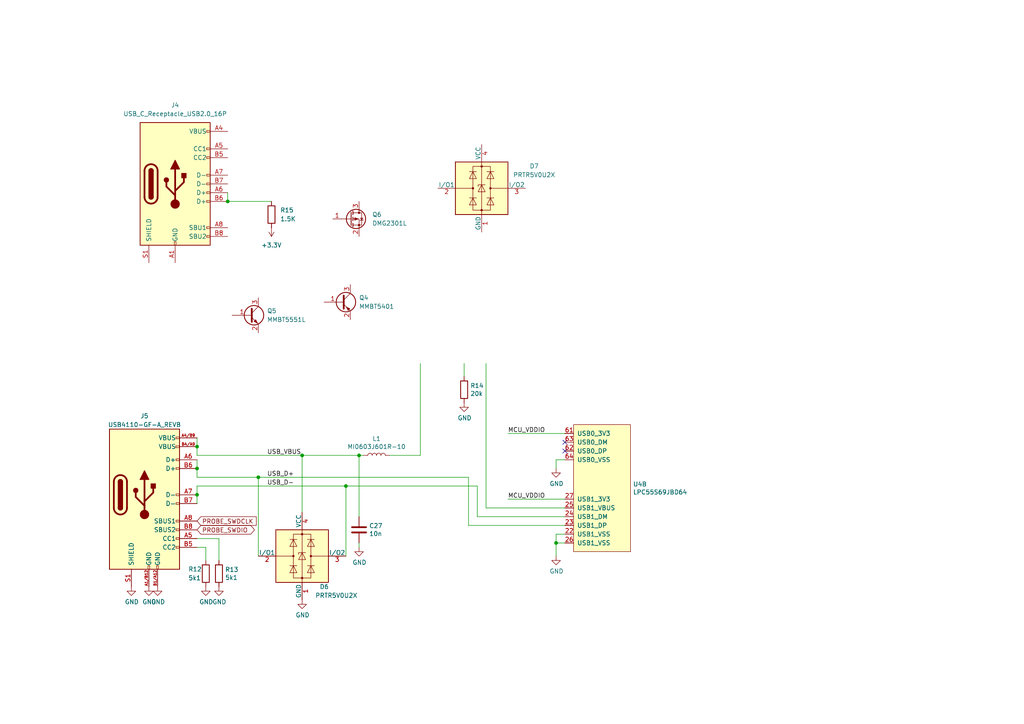
<source format=kicad_sch>
(kicad_sch
	(version 20231120)
	(generator "eeschema")
	(generator_version "8.0")
	(uuid "acca34e5-094d-4e54-9e6e-f2a0f95f3d3b")
	(paper "A4")
	(title_block
		(title "DapLink_STM32F103CBT6")
		(date "2024-07-01")
		(company "roger225 Roger Jhang")
	)
	(lib_symbols
		(symbol "Connector:USB_C_Receptacle_USB2.0_16P"
			(pin_names
				(offset 1.016)
			)
			(exclude_from_sim no)
			(in_bom yes)
			(on_board yes)
			(property "Reference" "J"
				(at 0 22.225 0)
				(effects
					(font
						(size 1.27 1.27)
					)
				)
			)
			(property "Value" "USB_C_Receptacle_USB2.0_16P"
				(at 0 19.685 0)
				(effects
					(font
						(size 1.27 1.27)
					)
				)
			)
			(property "Footprint" ""
				(at 3.81 0 0)
				(effects
					(font
						(size 1.27 1.27)
					)
					(hide yes)
				)
			)
			(property "Datasheet" "https://www.usb.org/sites/default/files/documents/usb_type-c.zip"
				(at 3.81 0 0)
				(effects
					(font
						(size 1.27 1.27)
					)
					(hide yes)
				)
			)
			(property "Description" "USB 2.0-only 16P Type-C Receptacle connector"
				(at 0 0 0)
				(effects
					(font
						(size 1.27 1.27)
					)
					(hide yes)
				)
			)
			(property "ki_keywords" "usb universal serial bus type-C USB2.0"
				(at 0 0 0)
				(effects
					(font
						(size 1.27 1.27)
					)
					(hide yes)
				)
			)
			(property "ki_fp_filters" "USB*C*Receptacle*"
				(at 0 0 0)
				(effects
					(font
						(size 1.27 1.27)
					)
					(hide yes)
				)
			)
			(symbol "USB_C_Receptacle_USB2.0_16P_0_0"
				(rectangle
					(start -0.254 -17.78)
					(end 0.254 -16.764)
					(stroke
						(width 0)
						(type default)
					)
					(fill
						(type none)
					)
				)
				(rectangle
					(start 10.16 -14.986)
					(end 9.144 -15.494)
					(stroke
						(width 0)
						(type default)
					)
					(fill
						(type none)
					)
				)
				(rectangle
					(start 10.16 -12.446)
					(end 9.144 -12.954)
					(stroke
						(width 0)
						(type default)
					)
					(fill
						(type none)
					)
				)
				(rectangle
					(start 10.16 -4.826)
					(end 9.144 -5.334)
					(stroke
						(width 0)
						(type default)
					)
					(fill
						(type none)
					)
				)
				(rectangle
					(start 10.16 -2.286)
					(end 9.144 -2.794)
					(stroke
						(width 0)
						(type default)
					)
					(fill
						(type none)
					)
				)
				(rectangle
					(start 10.16 0.254)
					(end 9.144 -0.254)
					(stroke
						(width 0)
						(type default)
					)
					(fill
						(type none)
					)
				)
				(rectangle
					(start 10.16 2.794)
					(end 9.144 2.286)
					(stroke
						(width 0)
						(type default)
					)
					(fill
						(type none)
					)
				)
				(rectangle
					(start 10.16 7.874)
					(end 9.144 7.366)
					(stroke
						(width 0)
						(type default)
					)
					(fill
						(type none)
					)
				)
				(rectangle
					(start 10.16 10.414)
					(end 9.144 9.906)
					(stroke
						(width 0)
						(type default)
					)
					(fill
						(type none)
					)
				)
				(rectangle
					(start 10.16 15.494)
					(end 9.144 14.986)
					(stroke
						(width 0)
						(type default)
					)
					(fill
						(type none)
					)
				)
			)
			(symbol "USB_C_Receptacle_USB2.0_16P_0_1"
				(rectangle
					(start -10.16 17.78)
					(end 10.16 -17.78)
					(stroke
						(width 0.254)
						(type default)
					)
					(fill
						(type background)
					)
				)
				(arc
					(start -8.89 -3.81)
					(mid -6.985 -5.7067)
					(end -5.08 -3.81)
					(stroke
						(width 0.508)
						(type default)
					)
					(fill
						(type none)
					)
				)
				(arc
					(start -7.62 -3.81)
					(mid -6.985 -4.4423)
					(end -6.35 -3.81)
					(stroke
						(width 0.254)
						(type default)
					)
					(fill
						(type none)
					)
				)
				(arc
					(start -7.62 -3.81)
					(mid -6.985 -4.4423)
					(end -6.35 -3.81)
					(stroke
						(width 0.254)
						(type default)
					)
					(fill
						(type outline)
					)
				)
				(rectangle
					(start -7.62 -3.81)
					(end -6.35 3.81)
					(stroke
						(width 0.254)
						(type default)
					)
					(fill
						(type outline)
					)
				)
				(arc
					(start -6.35 3.81)
					(mid -6.985 4.4423)
					(end -7.62 3.81)
					(stroke
						(width 0.254)
						(type default)
					)
					(fill
						(type none)
					)
				)
				(arc
					(start -6.35 3.81)
					(mid -6.985 4.4423)
					(end -7.62 3.81)
					(stroke
						(width 0.254)
						(type default)
					)
					(fill
						(type outline)
					)
				)
				(arc
					(start -5.08 3.81)
					(mid -6.985 5.7067)
					(end -8.89 3.81)
					(stroke
						(width 0.508)
						(type default)
					)
					(fill
						(type none)
					)
				)
				(circle
					(center -2.54 1.143)
					(radius 0.635)
					(stroke
						(width 0.254)
						(type default)
					)
					(fill
						(type outline)
					)
				)
				(circle
					(center 0 -5.842)
					(radius 1.27)
					(stroke
						(width 0)
						(type default)
					)
					(fill
						(type outline)
					)
				)
				(polyline
					(pts
						(xy -8.89 -3.81) (xy -8.89 3.81)
					)
					(stroke
						(width 0.508)
						(type default)
					)
					(fill
						(type none)
					)
				)
				(polyline
					(pts
						(xy -5.08 3.81) (xy -5.08 -3.81)
					)
					(stroke
						(width 0.508)
						(type default)
					)
					(fill
						(type none)
					)
				)
				(polyline
					(pts
						(xy 0 -5.842) (xy 0 4.318)
					)
					(stroke
						(width 0.508)
						(type default)
					)
					(fill
						(type none)
					)
				)
				(polyline
					(pts
						(xy 0 -3.302) (xy -2.54 -0.762) (xy -2.54 0.508)
					)
					(stroke
						(width 0.508)
						(type default)
					)
					(fill
						(type none)
					)
				)
				(polyline
					(pts
						(xy 0 -2.032) (xy 2.54 0.508) (xy 2.54 1.778)
					)
					(stroke
						(width 0.508)
						(type default)
					)
					(fill
						(type none)
					)
				)
				(polyline
					(pts
						(xy -1.27 4.318) (xy 0 6.858) (xy 1.27 4.318) (xy -1.27 4.318)
					)
					(stroke
						(width 0.254)
						(type default)
					)
					(fill
						(type outline)
					)
				)
				(rectangle
					(start 1.905 1.778)
					(end 3.175 3.048)
					(stroke
						(width 0.254)
						(type default)
					)
					(fill
						(type outline)
					)
				)
			)
			(symbol "USB_C_Receptacle_USB2.0_16P_1_1"
				(pin passive line
					(at 0 -22.86 90)
					(length 5.08)
					(name "GND"
						(effects
							(font
								(size 1.27 1.27)
							)
						)
					)
					(number "A1"
						(effects
							(font
								(size 1.27 1.27)
							)
						)
					)
				)
				(pin passive line
					(at 0 -22.86 90)
					(length 5.08) hide
					(name "GND"
						(effects
							(font
								(size 1.27 1.27)
							)
						)
					)
					(number "A12"
						(effects
							(font
								(size 1.27 1.27)
							)
						)
					)
				)
				(pin passive line
					(at 15.24 15.24 180)
					(length 5.08)
					(name "VBUS"
						(effects
							(font
								(size 1.27 1.27)
							)
						)
					)
					(number "A4"
						(effects
							(font
								(size 1.27 1.27)
							)
						)
					)
				)
				(pin bidirectional line
					(at 15.24 10.16 180)
					(length 5.08)
					(name "CC1"
						(effects
							(font
								(size 1.27 1.27)
							)
						)
					)
					(number "A5"
						(effects
							(font
								(size 1.27 1.27)
							)
						)
					)
				)
				(pin bidirectional line
					(at 15.24 -2.54 180)
					(length 5.08)
					(name "D+"
						(effects
							(font
								(size 1.27 1.27)
							)
						)
					)
					(number "A6"
						(effects
							(font
								(size 1.27 1.27)
							)
						)
					)
				)
				(pin bidirectional line
					(at 15.24 2.54 180)
					(length 5.08)
					(name "D-"
						(effects
							(font
								(size 1.27 1.27)
							)
						)
					)
					(number "A7"
						(effects
							(font
								(size 1.27 1.27)
							)
						)
					)
				)
				(pin bidirectional line
					(at 15.24 -12.7 180)
					(length 5.08)
					(name "SBU1"
						(effects
							(font
								(size 1.27 1.27)
							)
						)
					)
					(number "A8"
						(effects
							(font
								(size 1.27 1.27)
							)
						)
					)
				)
				(pin passive line
					(at 15.24 15.24 180)
					(length 5.08) hide
					(name "VBUS"
						(effects
							(font
								(size 1.27 1.27)
							)
						)
					)
					(number "A9"
						(effects
							(font
								(size 1.27 1.27)
							)
						)
					)
				)
				(pin passive line
					(at 0 -22.86 90)
					(length 5.08) hide
					(name "GND"
						(effects
							(font
								(size 1.27 1.27)
							)
						)
					)
					(number "B1"
						(effects
							(font
								(size 1.27 1.27)
							)
						)
					)
				)
				(pin passive line
					(at 0 -22.86 90)
					(length 5.08) hide
					(name "GND"
						(effects
							(font
								(size 1.27 1.27)
							)
						)
					)
					(number "B12"
						(effects
							(font
								(size 1.27 1.27)
							)
						)
					)
				)
				(pin passive line
					(at 15.24 15.24 180)
					(length 5.08) hide
					(name "VBUS"
						(effects
							(font
								(size 1.27 1.27)
							)
						)
					)
					(number "B4"
						(effects
							(font
								(size 1.27 1.27)
							)
						)
					)
				)
				(pin bidirectional line
					(at 15.24 7.62 180)
					(length 5.08)
					(name "CC2"
						(effects
							(font
								(size 1.27 1.27)
							)
						)
					)
					(number "B5"
						(effects
							(font
								(size 1.27 1.27)
							)
						)
					)
				)
				(pin bidirectional line
					(at 15.24 -5.08 180)
					(length 5.08)
					(name "D+"
						(effects
							(font
								(size 1.27 1.27)
							)
						)
					)
					(number "B6"
						(effects
							(font
								(size 1.27 1.27)
							)
						)
					)
				)
				(pin bidirectional line
					(at 15.24 0 180)
					(length 5.08)
					(name "D-"
						(effects
							(font
								(size 1.27 1.27)
							)
						)
					)
					(number "B7"
						(effects
							(font
								(size 1.27 1.27)
							)
						)
					)
				)
				(pin bidirectional line
					(at 15.24 -15.24 180)
					(length 5.08)
					(name "SBU2"
						(effects
							(font
								(size 1.27 1.27)
							)
						)
					)
					(number "B8"
						(effects
							(font
								(size 1.27 1.27)
							)
						)
					)
				)
				(pin passive line
					(at 15.24 15.24 180)
					(length 5.08) hide
					(name "VBUS"
						(effects
							(font
								(size 1.27 1.27)
							)
						)
					)
					(number "B9"
						(effects
							(font
								(size 1.27 1.27)
							)
						)
					)
				)
				(pin passive line
					(at -7.62 -22.86 90)
					(length 5.08)
					(name "SHIELD"
						(effects
							(font
								(size 1.27 1.27)
							)
						)
					)
					(number "S1"
						(effects
							(font
								(size 1.27 1.27)
							)
						)
					)
				)
			)
		)
		(symbol "Device:C"
			(pin_numbers hide)
			(pin_names
				(offset 0.254)
			)
			(exclude_from_sim no)
			(in_bom yes)
			(on_board yes)
			(property "Reference" "C"
				(at 0.635 2.54 0)
				(effects
					(font
						(size 1.27 1.27)
					)
					(justify left)
				)
			)
			(property "Value" "C"
				(at 0.635 -2.54 0)
				(effects
					(font
						(size 1.27 1.27)
					)
					(justify left)
				)
			)
			(property "Footprint" ""
				(at 0.9652 -3.81 0)
				(effects
					(font
						(size 1.27 1.27)
					)
					(hide yes)
				)
			)
			(property "Datasheet" "~"
				(at 0 0 0)
				(effects
					(font
						(size 1.27 1.27)
					)
					(hide yes)
				)
			)
			(property "Description" "Unpolarized capacitor"
				(at 0 0 0)
				(effects
					(font
						(size 1.27 1.27)
					)
					(hide yes)
				)
			)
			(property "ki_keywords" "cap capacitor"
				(at 0 0 0)
				(effects
					(font
						(size 1.27 1.27)
					)
					(hide yes)
				)
			)
			(property "ki_fp_filters" "C_*"
				(at 0 0 0)
				(effects
					(font
						(size 1.27 1.27)
					)
					(hide yes)
				)
			)
			(symbol "C_0_1"
				(polyline
					(pts
						(xy -2.032 -0.762) (xy 2.032 -0.762)
					)
					(stroke
						(width 0.508)
						(type default)
					)
					(fill
						(type none)
					)
				)
				(polyline
					(pts
						(xy -2.032 0.762) (xy 2.032 0.762)
					)
					(stroke
						(width 0.508)
						(type default)
					)
					(fill
						(type none)
					)
				)
			)
			(symbol "C_1_1"
				(pin passive line
					(at 0 3.81 270)
					(length 2.794)
					(name "~"
						(effects
							(font
								(size 1.27 1.27)
							)
						)
					)
					(number "1"
						(effects
							(font
								(size 1.27 1.27)
							)
						)
					)
				)
				(pin passive line
					(at 0 -3.81 90)
					(length 2.794)
					(name "~"
						(effects
							(font
								(size 1.27 1.27)
							)
						)
					)
					(number "2"
						(effects
							(font
								(size 1.27 1.27)
							)
						)
					)
				)
			)
		)
		(symbol "Device:L"
			(pin_numbers hide)
			(pin_names
				(offset 1.016) hide)
			(exclude_from_sim no)
			(in_bom yes)
			(on_board yes)
			(property "Reference" "L"
				(at -1.27 0 90)
				(effects
					(font
						(size 1.27 1.27)
					)
				)
			)
			(property "Value" "L"
				(at 1.905 0 90)
				(effects
					(font
						(size 1.27 1.27)
					)
				)
			)
			(property "Footprint" ""
				(at 0 0 0)
				(effects
					(font
						(size 1.27 1.27)
					)
					(hide yes)
				)
			)
			(property "Datasheet" "~"
				(at 0 0 0)
				(effects
					(font
						(size 1.27 1.27)
					)
					(hide yes)
				)
			)
			(property "Description" "Inductor"
				(at 0 0 0)
				(effects
					(font
						(size 1.27 1.27)
					)
					(hide yes)
				)
			)
			(property "ki_keywords" "inductor choke coil reactor magnetic"
				(at 0 0 0)
				(effects
					(font
						(size 1.27 1.27)
					)
					(hide yes)
				)
			)
			(property "ki_fp_filters" "Choke_* *Coil* Inductor_* L_*"
				(at 0 0 0)
				(effects
					(font
						(size 1.27 1.27)
					)
					(hide yes)
				)
			)
			(symbol "L_0_1"
				(arc
					(start 0 -2.54)
					(mid 0.6323 -1.905)
					(end 0 -1.27)
					(stroke
						(width 0)
						(type default)
					)
					(fill
						(type none)
					)
				)
				(arc
					(start 0 -1.27)
					(mid 0.6323 -0.635)
					(end 0 0)
					(stroke
						(width 0)
						(type default)
					)
					(fill
						(type none)
					)
				)
				(arc
					(start 0 0)
					(mid 0.6323 0.635)
					(end 0 1.27)
					(stroke
						(width 0)
						(type default)
					)
					(fill
						(type none)
					)
				)
				(arc
					(start 0 1.27)
					(mid 0.6323 1.905)
					(end 0 2.54)
					(stroke
						(width 0)
						(type default)
					)
					(fill
						(type none)
					)
				)
			)
			(symbol "L_1_1"
				(pin passive line
					(at 0 3.81 270)
					(length 1.27)
					(name "1"
						(effects
							(font
								(size 1.27 1.27)
							)
						)
					)
					(number "1"
						(effects
							(font
								(size 1.27 1.27)
							)
						)
					)
				)
				(pin passive line
					(at 0 -3.81 90)
					(length 1.27)
					(name "2"
						(effects
							(font
								(size 1.27 1.27)
							)
						)
					)
					(number "2"
						(effects
							(font
								(size 1.27 1.27)
							)
						)
					)
				)
			)
		)
		(symbol "Device:R"
			(pin_numbers hide)
			(pin_names
				(offset 0)
			)
			(exclude_from_sim no)
			(in_bom yes)
			(on_board yes)
			(property "Reference" "R"
				(at 2.032 0 90)
				(effects
					(font
						(size 1.27 1.27)
					)
				)
			)
			(property "Value" "R"
				(at 0 0 90)
				(effects
					(font
						(size 1.27 1.27)
					)
				)
			)
			(property "Footprint" ""
				(at -1.778 0 90)
				(effects
					(font
						(size 1.27 1.27)
					)
					(hide yes)
				)
			)
			(property "Datasheet" "~"
				(at 0 0 0)
				(effects
					(font
						(size 1.27 1.27)
					)
					(hide yes)
				)
			)
			(property "Description" "Resistor"
				(at 0 0 0)
				(effects
					(font
						(size 1.27 1.27)
					)
					(hide yes)
				)
			)
			(property "ki_keywords" "R res resistor"
				(at 0 0 0)
				(effects
					(font
						(size 1.27 1.27)
					)
					(hide yes)
				)
			)
			(property "ki_fp_filters" "R_*"
				(at 0 0 0)
				(effects
					(font
						(size 1.27 1.27)
					)
					(hide yes)
				)
			)
			(symbol "R_0_1"
				(rectangle
					(start -1.016 -2.54)
					(end 1.016 2.54)
					(stroke
						(width 0.254)
						(type default)
					)
					(fill
						(type none)
					)
				)
			)
			(symbol "R_1_1"
				(pin passive line
					(at 0 3.81 270)
					(length 1.27)
					(name "~"
						(effects
							(font
								(size 1.27 1.27)
							)
						)
					)
					(number "1"
						(effects
							(font
								(size 1.27 1.27)
							)
						)
					)
				)
				(pin passive line
					(at 0 -3.81 90)
					(length 1.27)
					(name "~"
						(effects
							(font
								(size 1.27 1.27)
							)
						)
					)
					(number "2"
						(effects
							(font
								(size 1.27 1.27)
							)
						)
					)
				)
			)
		)
		(symbol "Power_Protection:PRTR5V0U2X"
			(pin_names
				(offset 0)
			)
			(exclude_from_sim no)
			(in_bom yes)
			(on_board yes)
			(property "Reference" "D"
				(at 2.794 8.636 0)
				(effects
					(font
						(size 1.27 1.27)
					)
				)
			)
			(property "Value" "PRTR5V0U2X"
				(at 8.128 -9.398 0)
				(effects
					(font
						(size 1.27 1.27)
					)
				)
			)
			(property "Footprint" "Package_TO_SOT_SMD:SOT-143"
				(at 1.524 0 0)
				(effects
					(font
						(size 1.27 1.27)
					)
					(hide yes)
				)
			)
			(property "Datasheet" "https://assets.nexperia.com/documents/data-sheet/PRTR5V0U2X.pdf"
				(at 1.524 0 0)
				(effects
					(font
						(size 1.27 1.27)
					)
					(hide yes)
				)
			)
			(property "Description" "Ultra low capacitance double rail-to-rail ESD protection diode, SOT-143"
				(at 0 0 0)
				(effects
					(font
						(size 1.27 1.27)
					)
					(hide yes)
				)
			)
			(property "ki_keywords" "ESD protection diode"
				(at 0 0 0)
				(effects
					(font
						(size 1.27 1.27)
					)
					(hide yes)
				)
			)
			(property "ki_fp_filters" "SOT?143*"
				(at 0 0 0)
				(effects
					(font
						(size 1.27 1.27)
					)
					(hide yes)
				)
			)
			(symbol "PRTR5V0U2X_0_1"
				(rectangle
					(start -7.62 -7.62)
					(end 7.62 7.62)
					(stroke
						(width 0.254)
						(type default)
					)
					(fill
						(type background)
					)
				)
				(circle
					(center -2.54 0)
					(radius 0.254)
					(stroke
						(width 0)
						(type default)
					)
					(fill
						(type outline)
					)
				)
				(rectangle
					(start -2.54 6.35)
					(end 2.54 -6.35)
					(stroke
						(width 0)
						(type default)
					)
					(fill
						(type none)
					)
				)
				(circle
					(center 0 -6.35)
					(radius 0.254)
					(stroke
						(width 0)
						(type default)
					)
					(fill
						(type outline)
					)
				)
				(polyline
					(pts
						(xy -2.54 0) (xy -7.62 0)
					)
					(stroke
						(width 0)
						(type default)
					)
					(fill
						(type none)
					)
				)
				(polyline
					(pts
						(xy -1.524 -2.794) (xy -3.556 -2.794)
					)
					(stroke
						(width 0)
						(type default)
					)
					(fill
						(type none)
					)
				)
				(polyline
					(pts
						(xy -1.524 4.826) (xy -3.556 4.826)
					)
					(stroke
						(width 0)
						(type default)
					)
					(fill
						(type none)
					)
				)
				(polyline
					(pts
						(xy 0 -7.62) (xy 0 7.62)
					)
					(stroke
						(width 0)
						(type default)
					)
					(fill
						(type none)
					)
				)
				(polyline
					(pts
						(xy 1.524 -2.794) (xy 3.556 -2.794)
					)
					(stroke
						(width 0)
						(type default)
					)
					(fill
						(type none)
					)
				)
				(polyline
					(pts
						(xy 1.524 4.826) (xy 3.556 4.826)
					)
					(stroke
						(width 0)
						(type default)
					)
					(fill
						(type none)
					)
				)
				(polyline
					(pts
						(xy 2.54 0) (xy 7.62 0)
					)
					(stroke
						(width 0)
						(type default)
					)
					(fill
						(type none)
					)
				)
				(polyline
					(pts
						(xy 1.016 1.016) (xy -1.016 1.016) (xy -1.016 0.508)
					)
					(stroke
						(width 0)
						(type default)
					)
					(fill
						(type none)
					)
				)
				(polyline
					(pts
						(xy -3.556 -4.826) (xy -1.524 -4.826) (xy -2.54 -2.794) (xy -3.556 -4.826)
					)
					(stroke
						(width 0)
						(type default)
					)
					(fill
						(type none)
					)
				)
				(polyline
					(pts
						(xy -3.556 2.794) (xy -1.524 2.794) (xy -2.54 4.826) (xy -3.556 2.794)
					)
					(stroke
						(width 0)
						(type default)
					)
					(fill
						(type none)
					)
				)
				(polyline
					(pts
						(xy -1.016 -1.016) (xy 1.016 -1.016) (xy 0 1.016) (xy -1.016 -1.016)
					)
					(stroke
						(width 0)
						(type default)
					)
					(fill
						(type none)
					)
				)
				(polyline
					(pts
						(xy 3.556 -4.826) (xy 1.524 -4.826) (xy 2.54 -2.794) (xy 3.556 -4.826)
					)
					(stroke
						(width 0)
						(type default)
					)
					(fill
						(type none)
					)
				)
				(polyline
					(pts
						(xy 3.556 2.794) (xy 1.524 2.794) (xy 2.54 4.826) (xy 3.556 2.794)
					)
					(stroke
						(width 0)
						(type default)
					)
					(fill
						(type none)
					)
				)
				(circle
					(center 0 6.35)
					(radius 0.254)
					(stroke
						(width 0)
						(type default)
					)
					(fill
						(type outline)
					)
				)
				(circle
					(center 2.54 0)
					(radius 0.254)
					(stroke
						(width 0)
						(type default)
					)
					(fill
						(type outline)
					)
				)
			)
			(symbol "PRTR5V0U2X_1_1"
				(pin passive line
					(at 0 -12.7 90)
					(length 5.08)
					(name "GND"
						(effects
							(font
								(size 1.27 1.27)
							)
						)
					)
					(number "1"
						(effects
							(font
								(size 1.27 1.27)
							)
						)
					)
				)
				(pin passive line
					(at -12.7 0 0)
					(length 5.08)
					(name "I/O1"
						(effects
							(font
								(size 1.27 1.27)
							)
						)
					)
					(number "2"
						(effects
							(font
								(size 1.27 1.27)
							)
						)
					)
				)
				(pin passive line
					(at 12.7 0 180)
					(length 5.08)
					(name "I/O2"
						(effects
							(font
								(size 1.27 1.27)
							)
						)
					)
					(number "3"
						(effects
							(font
								(size 1.27 1.27)
							)
						)
					)
				)
				(pin passive line
					(at 0 12.7 270)
					(length 5.08)
					(name "VCC"
						(effects
							(font
								(size 1.27 1.27)
							)
						)
					)
					(number "4"
						(effects
							(font
								(size 1.27 1.27)
							)
						)
					)
				)
			)
		)
		(symbol "Transistor_BJT:MMBT5551L"
			(pin_names
				(offset 0) hide)
			(exclude_from_sim no)
			(in_bom yes)
			(on_board yes)
			(property "Reference" "Q"
				(at 5.08 1.905 0)
				(effects
					(font
						(size 1.27 1.27)
					)
					(justify left)
				)
			)
			(property "Value" "MMBT5551L"
				(at 5.08 0 0)
				(effects
					(font
						(size 1.27 1.27)
					)
					(justify left)
				)
			)
			(property "Footprint" "Package_TO_SOT_SMD:SOT-23"
				(at 5.08 -1.905 0)
				(effects
					(font
						(size 1.27 1.27)
						(italic yes)
					)
					(justify left)
					(hide yes)
				)
			)
			(property "Datasheet" "www.onsemi.com/pub/Collateral/MMBT5550LT1-D.PDF"
				(at 0 0 0)
				(effects
					(font
						(size 1.27 1.27)
					)
					(justify left)
					(hide yes)
				)
			)
			(property "Description" "0.6A Ic, 160V Vce, NPN Transistor, SOT-23"
				(at 0 0 0)
				(effects
					(font
						(size 1.27 1.27)
					)
					(hide yes)
				)
			)
			(property "ki_keywords" "NPN Transistor"
				(at 0 0 0)
				(effects
					(font
						(size 1.27 1.27)
					)
					(hide yes)
				)
			)
			(property "ki_fp_filters" "SOT?23*"
				(at 0 0 0)
				(effects
					(font
						(size 1.27 1.27)
					)
					(hide yes)
				)
			)
			(symbol "MMBT5551L_0_1"
				(polyline
					(pts
						(xy 0.635 0.635) (xy 2.54 2.54)
					)
					(stroke
						(width 0)
						(type default)
					)
					(fill
						(type none)
					)
				)
				(polyline
					(pts
						(xy 0.635 -0.635) (xy 2.54 -2.54) (xy 2.54 -2.54)
					)
					(stroke
						(width 0)
						(type default)
					)
					(fill
						(type none)
					)
				)
				(polyline
					(pts
						(xy 0.635 1.905) (xy 0.635 -1.905) (xy 0.635 -1.905)
					)
					(stroke
						(width 0.508)
						(type default)
					)
					(fill
						(type none)
					)
				)
				(polyline
					(pts
						(xy 1.27 -1.778) (xy 1.778 -1.27) (xy 2.286 -2.286) (xy 1.27 -1.778) (xy 1.27 -1.778)
					)
					(stroke
						(width 0)
						(type default)
					)
					(fill
						(type outline)
					)
				)
				(circle
					(center 1.27 0)
					(radius 2.8194)
					(stroke
						(width 0.254)
						(type default)
					)
					(fill
						(type none)
					)
				)
			)
			(symbol "MMBT5551L_1_1"
				(pin input line
					(at -5.08 0 0)
					(length 5.715)
					(name "B"
						(effects
							(font
								(size 1.27 1.27)
							)
						)
					)
					(number "1"
						(effects
							(font
								(size 1.27 1.27)
							)
						)
					)
				)
				(pin passive line
					(at 2.54 -5.08 90)
					(length 2.54)
					(name "E"
						(effects
							(font
								(size 1.27 1.27)
							)
						)
					)
					(number "2"
						(effects
							(font
								(size 1.27 1.27)
							)
						)
					)
				)
				(pin passive line
					(at 2.54 5.08 270)
					(length 2.54)
					(name "C"
						(effects
							(font
								(size 1.27 1.27)
							)
						)
					)
					(number "3"
						(effects
							(font
								(size 1.27 1.27)
							)
						)
					)
				)
			)
		)
		(symbol "Transistor_BJT:MMBTA92"
			(pin_names
				(offset 0) hide)
			(exclude_from_sim no)
			(in_bom yes)
			(on_board yes)
			(property "Reference" "Q"
				(at 5.08 1.905 0)
				(effects
					(font
						(size 1.27 1.27)
					)
					(justify left)
				)
			)
			(property "Value" "MMBTA92"
				(at 5.08 0 0)
				(effects
					(font
						(size 1.27 1.27)
					)
					(justify left)
				)
			)
			(property "Footprint" "Package_TO_SOT_SMD:SOT-23"
				(at 5.08 -1.905 0)
				(effects
					(font
						(size 1.27 1.27)
						(italic yes)
					)
					(justify left)
					(hide yes)
				)
			)
			(property "Datasheet" "https://www.onsemi.com/pub/Collateral/MMBTA92LT1-D.PDF"
				(at 0 0 0)
				(effects
					(font
						(size 1.27 1.27)
					)
					(justify left)
					(hide yes)
				)
			)
			(property "Description" "0.5A Ic, 300V Vce, PNP High Voltage Transistor, SOT-23"
				(at 0 0 0)
				(effects
					(font
						(size 1.27 1.27)
					)
					(hide yes)
				)
			)
			(property "ki_keywords" "PNP High Voltage Transistor"
				(at 0 0 0)
				(effects
					(font
						(size 1.27 1.27)
					)
					(hide yes)
				)
			)
			(property "ki_fp_filters" "SOT?23*"
				(at 0 0 0)
				(effects
					(font
						(size 1.27 1.27)
					)
					(hide yes)
				)
			)
			(symbol "MMBTA92_0_1"
				(polyline
					(pts
						(xy 0 0) (xy 0.635 0)
					)
					(stroke
						(width 0)
						(type default)
					)
					(fill
						(type none)
					)
				)
				(polyline
					(pts
						(xy 2.54 -2.54) (xy 0.635 -0.635)
					)
					(stroke
						(width 0)
						(type default)
					)
					(fill
						(type none)
					)
				)
				(polyline
					(pts
						(xy 2.54 2.54) (xy 0.635 0.635)
					)
					(stroke
						(width 0)
						(type default)
					)
					(fill
						(type none)
					)
				)
				(polyline
					(pts
						(xy 0.635 1.905) (xy 0.635 -1.905) (xy 0.635 -1.905)
					)
					(stroke
						(width 0.508)
						(type default)
					)
					(fill
						(type outline)
					)
				)
				(polyline
					(pts
						(xy 1.905 -2.413) (xy 2.413 -1.905) (xy 1.397 -1.397) (xy 1.905 -2.413) (xy 1.905 -2.413)
					)
					(stroke
						(width 0)
						(type default)
					)
					(fill
						(type outline)
					)
				)
				(circle
					(center 1.27 0)
					(radius 2.8194)
					(stroke
						(width 0.254)
						(type default)
					)
					(fill
						(type none)
					)
				)
			)
			(symbol "MMBTA92_1_1"
				(pin input line
					(at -5.08 0 0)
					(length 5.08)
					(name "B"
						(effects
							(font
								(size 1.27 1.27)
							)
						)
					)
					(number "1"
						(effects
							(font
								(size 1.27 1.27)
							)
						)
					)
				)
				(pin passive line
					(at 2.54 -5.08 90)
					(length 2.54)
					(name "E"
						(effects
							(font
								(size 1.27 1.27)
							)
						)
					)
					(number "2"
						(effects
							(font
								(size 1.27 1.27)
							)
						)
					)
				)
				(pin passive line
					(at 2.54 5.08 270)
					(length 2.54)
					(name "C"
						(effects
							(font
								(size 1.27 1.27)
							)
						)
					)
					(number "3"
						(effects
							(font
								(size 1.27 1.27)
							)
						)
					)
				)
			)
		)
		(symbol "Transistor_FET:DMG2301L"
			(pin_names hide)
			(exclude_from_sim no)
			(in_bom yes)
			(on_board yes)
			(property "Reference" "Q"
				(at 5.08 1.905 0)
				(effects
					(font
						(size 1.27 1.27)
					)
					(justify left)
				)
			)
			(property "Value" "DMG2301L"
				(at 5.08 0 0)
				(effects
					(font
						(size 1.27 1.27)
					)
					(justify left)
				)
			)
			(property "Footprint" "Package_TO_SOT_SMD:SOT-23"
				(at 5.08 -1.905 0)
				(effects
					(font
						(size 1.27 1.27)
						(italic yes)
					)
					(justify left)
					(hide yes)
				)
			)
			(property "Datasheet" "https://www.diodes.com/assets/Datasheets/DMG2301L.pdf"
				(at 5.08 -3.81 0)
				(effects
					(font
						(size 1.27 1.27)
					)
					(justify left)
					(hide yes)
				)
			)
			(property "Description" "-3A Id, -20V Vds, P-Channel MOSFET, SOT-23"
				(at 0 0 0)
				(effects
					(font
						(size 1.27 1.27)
					)
					(hide yes)
				)
			)
			(property "ki_keywords" "P-Channel MOSFET"
				(at 0 0 0)
				(effects
					(font
						(size 1.27 1.27)
					)
					(hide yes)
				)
			)
			(property "ki_fp_filters" "SOT?23*"
				(at 0 0 0)
				(effects
					(font
						(size 1.27 1.27)
					)
					(hide yes)
				)
			)
			(symbol "DMG2301L_0_1"
				(polyline
					(pts
						(xy 0.254 0) (xy -2.54 0)
					)
					(stroke
						(width 0)
						(type default)
					)
					(fill
						(type none)
					)
				)
				(polyline
					(pts
						(xy 0.254 1.905) (xy 0.254 -1.905)
					)
					(stroke
						(width 0.254)
						(type default)
					)
					(fill
						(type none)
					)
				)
				(polyline
					(pts
						(xy 0.762 -1.27) (xy 0.762 -2.286)
					)
					(stroke
						(width 0.254)
						(type default)
					)
					(fill
						(type none)
					)
				)
				(polyline
					(pts
						(xy 0.762 0.508) (xy 0.762 -0.508)
					)
					(stroke
						(width 0.254)
						(type default)
					)
					(fill
						(type none)
					)
				)
				(polyline
					(pts
						(xy 0.762 2.286) (xy 0.762 1.27)
					)
					(stroke
						(width 0.254)
						(type default)
					)
					(fill
						(type none)
					)
				)
				(polyline
					(pts
						(xy 2.54 2.54) (xy 2.54 1.778)
					)
					(stroke
						(width 0)
						(type default)
					)
					(fill
						(type none)
					)
				)
				(polyline
					(pts
						(xy 2.54 -2.54) (xy 2.54 0) (xy 0.762 0)
					)
					(stroke
						(width 0)
						(type default)
					)
					(fill
						(type none)
					)
				)
				(polyline
					(pts
						(xy 0.762 1.778) (xy 3.302 1.778) (xy 3.302 -1.778) (xy 0.762 -1.778)
					)
					(stroke
						(width 0)
						(type default)
					)
					(fill
						(type none)
					)
				)
				(polyline
					(pts
						(xy 2.286 0) (xy 1.27 0.381) (xy 1.27 -0.381) (xy 2.286 0)
					)
					(stroke
						(width 0)
						(type default)
					)
					(fill
						(type outline)
					)
				)
				(polyline
					(pts
						(xy 2.794 -0.508) (xy 2.921 -0.381) (xy 3.683 -0.381) (xy 3.81 -0.254)
					)
					(stroke
						(width 0)
						(type default)
					)
					(fill
						(type none)
					)
				)
				(polyline
					(pts
						(xy 3.302 -0.381) (xy 2.921 0.254) (xy 3.683 0.254) (xy 3.302 -0.381)
					)
					(stroke
						(width 0)
						(type default)
					)
					(fill
						(type none)
					)
				)
				(circle
					(center 1.651 0)
					(radius 2.794)
					(stroke
						(width 0.254)
						(type default)
					)
					(fill
						(type none)
					)
				)
				(circle
					(center 2.54 -1.778)
					(radius 0.254)
					(stroke
						(width 0)
						(type default)
					)
					(fill
						(type outline)
					)
				)
				(circle
					(center 2.54 1.778)
					(radius 0.254)
					(stroke
						(width 0)
						(type default)
					)
					(fill
						(type outline)
					)
				)
			)
			(symbol "DMG2301L_1_1"
				(pin input line
					(at -5.08 0 0)
					(length 2.54)
					(name "G"
						(effects
							(font
								(size 1.27 1.27)
							)
						)
					)
					(number "1"
						(effects
							(font
								(size 1.27 1.27)
							)
						)
					)
				)
				(pin passive line
					(at 2.54 -5.08 90)
					(length 2.54)
					(name "S"
						(effects
							(font
								(size 1.27 1.27)
							)
						)
					)
					(number "2"
						(effects
							(font
								(size 1.27 1.27)
							)
						)
					)
				)
				(pin passive line
					(at 2.54 5.08 270)
					(length 2.54)
					(name "D"
						(effects
							(font
								(size 1.27 1.27)
							)
						)
					)
					(number "3"
						(effects
							(font
								(size 1.27 1.27)
							)
						)
					)
				)
			)
		)
		(symbol "mculink:USB4110-GF-A_REVB"
			(pin_names
				(offset 1.016)
			)
			(exclude_from_sim no)
			(in_bom yes)
			(on_board yes)
			(property "Reference" "J1"
				(at 0 25.4 0)
				(effects
					(font
						(size 1.27 1.27)
					)
				)
			)
			(property "Value" "USB4110-GF-A_REVB"
				(at 0 22.86 0)
				(effects
					(font
						(size 1.27 1.27)
					)
				)
			)
			(property "Footprint" "mculink:GCT_USB4110-GF-A_REVB"
				(at -93.98 -45.72 0)
				(effects
					(font
						(size 1.27 1.27)
					)
					(justify bottom)
					(hide yes)
				)
			)
			(property "Datasheet" ""
				(at -96.52 -3.81 0)
				(effects
					(font
						(size 1.27 1.27)
					)
					(hide yes)
				)
			)
			(property "Description" "\nUSB-C (USB TYPE-C) USB 2.0 Receptacle Connector 24 (16+8 Dummy) Position Surface Mount, Right Angle; Through Hole\n"
				(at -96.52 -30.48 0)
				(effects
					(font
						(size 1.27 1.27)
					)
					(justify bottom)
					(hide yes)
				)
			)
			(property "MAXIMUM_PACKAGE_HEIGHT" "3.26 mm"
				(at -73.66 -38.1 0)
				(effects
					(font
						(size 1.27 1.27)
					)
					(justify bottom)
					(hide yes)
				)
			)
			(property "MF" "GCT"
				(at -63.5 -34.29 0)
				(effects
					(font
						(size 1.27 1.27)
					)
					(justify bottom)
					(hide yes)
				)
			)
			(property "Package" "None"
				(at -92.71 -34.29 0)
				(effects
					(font
						(size 1.27 1.27)
					)
					(justify bottom)
					(hide yes)
				)
			)
			(property "Price" "None"
				(at -114.3 -36.83 0)
				(effects
					(font
						(size 1.27 1.27)
					)
					(justify bottom)
					(hide yes)
				)
			)
			(property "Check_prices" "https://www.snapeda.com/parts/USB4110-GF-A/Global+Connector+Technology/view-part/?ref=eda"
				(at -97.79 -26.67 0)
				(effects
					(font
						(size 1.27 1.27)
					)
					(justify bottom)
					(hide yes)
				)
			)
			(property "STANDARD" "Manufacturer Recommendations"
				(at -95.25 -49.53 0)
				(effects
					(font
						(size 1.27 1.27)
					)
					(justify bottom)
					(hide yes)
				)
			)
			(property "PARTREV" "B"
				(at -93.98 -36.83 0)
				(effects
					(font
						(size 1.27 1.27)
					)
					(justify bottom)
					(hide yes)
				)
			)
			(property "SnapEDA_Link" "https://www.snapeda.com/parts/USB4110-GF-A/Global+Connector+Technology/view-part/?ref=snap"
				(at -91.44 -40.64 0)
				(effects
					(font
						(size 1.27 1.27)
					)
					(justify bottom)
					(hide yes)
				)
			)
			(property "MP" "USB4110-GF-A"
				(at -83.82 -38.1 0)
				(effects
					(font
						(size 1.27 1.27)
					)
					(justify bottom)
					(hide yes)
				)
			)
			(property "Purchase-URL" "https://www.snapeda.com/api/url_track_click_mouser/?unipart_id=4001167&manufacturer=GCT&part_name=USB4110-GF-A&search_term=None"
				(at -102.87 -22.86 0)
				(effects
					(font
						(size 1.27 1.27)
					)
					(justify bottom)
					(hide yes)
				)
			)
			(property "Availability" "In Stock"
				(at -100.33 -35.56 0)
				(effects
					(font
						(size 1.27 1.27)
					)
					(justify bottom)
					(hide yes)
				)
			)
			(property "MANUFACTURER" "GCT"
				(at -60.96 -35.56 0)
				(effects
					(font
						(size 1.27 1.27)
					)
					(justify bottom)
					(hide yes)
				)
			)
			(symbol "USB4110-GF-A_REVB_0_0"
				(rectangle
					(start 1.016 -18.034)
					(end 1.524 -19.05)
					(stroke
						(width 0)
						(type default)
					)
					(fill
						(type none)
					)
				)
				(rectangle
					(start 3.5365 -18.0091)
					(end 4.0445 -19.0251)
					(stroke
						(width 0)
						(type default)
					)
					(fill
						(type none)
					)
				)
				(rectangle
					(start 9.0927 16.7222)
					(end 10.1087 16.2142)
					(stroke
						(width 0)
						(type default)
					)
					(fill
						(type none)
					)
				)
				(rectangle
					(start 10.16 -12.446)
					(end 9.144 -12.954)
					(stroke
						(width 0)
						(type default)
					)
					(fill
						(type none)
					)
				)
				(rectangle
					(start 10.16 -9.906)
					(end 9.144 -10.414)
					(stroke
						(width 0)
						(type default)
					)
					(fill
						(type none)
					)
				)
				(rectangle
					(start 10.16 -7.366)
					(end 9.144 -7.874)
					(stroke
						(width 0)
						(type default)
					)
					(fill
						(type none)
					)
				)
				(rectangle
					(start 10.16 -4.826)
					(end 9.144 -5.334)
					(stroke
						(width 0)
						(type default)
					)
					(fill
						(type none)
					)
				)
				(rectangle
					(start 10.16 0.254)
					(end 9.144 -0.254)
					(stroke
						(width 0)
						(type default)
					)
					(fill
						(type none)
					)
				)
				(rectangle
					(start 10.16 2.794)
					(end 9.144 2.286)
					(stroke
						(width 0)
						(type default)
					)
					(fill
						(type none)
					)
				)
				(rectangle
					(start 10.16 10.414)
					(end 9.144 9.906)
					(stroke
						(width 0)
						(type default)
					)
					(fill
						(type none)
					)
				)
				(rectangle
					(start 10.16 12.954)
					(end 9.144 12.446)
					(stroke
						(width 0)
						(type default)
					)
					(fill
						(type none)
					)
				)
				(rectangle
					(start 10.16 19.304)
					(end 9.144 18.796)
					(stroke
						(width 0)
						(type default)
					)
					(fill
						(type none)
					)
				)
			)
			(symbol "USB4110-GF-A_REVB_0_1"
				(arc
					(start -8.89 -1.27)
					(mid -6.985 -3.1667)
					(end -5.08 -1.27)
					(stroke
						(width 0.508)
						(type default)
					)
					(fill
						(type none)
					)
				)
				(arc
					(start -7.62 -1.27)
					(mid -6.985 -1.9023)
					(end -6.35 -1.27)
					(stroke
						(width 0.254)
						(type default)
					)
					(fill
						(type none)
					)
				)
				(arc
					(start -7.62 -1.27)
					(mid -6.985 -1.9023)
					(end -6.35 -1.27)
					(stroke
						(width 0.254)
						(type default)
					)
					(fill
						(type outline)
					)
				)
				(rectangle
					(start -7.62 -1.27)
					(end -6.35 6.35)
					(stroke
						(width 0.254)
						(type default)
					)
					(fill
						(type outline)
					)
				)
				(arc
					(start -6.35 6.35)
					(mid -6.985 6.9823)
					(end -7.62 6.35)
					(stroke
						(width 0.254)
						(type default)
					)
					(fill
						(type none)
					)
				)
				(arc
					(start -6.35 6.35)
					(mid -6.985 6.9823)
					(end -7.62 6.35)
					(stroke
						(width 0.254)
						(type default)
					)
					(fill
						(type outline)
					)
				)
				(arc
					(start -5.08 6.35)
					(mid -6.985 8.2467)
					(end -8.89 6.35)
					(stroke
						(width 0.508)
						(type default)
					)
					(fill
						(type none)
					)
				)
				(polyline
					(pts
						(xy -8.89 -1.27) (xy -8.89 6.35)
					)
					(stroke
						(width 0.508)
						(type default)
					)
					(fill
						(type none)
					)
				)
				(polyline
					(pts
						(xy -5.08 6.35) (xy -5.08 -1.27)
					)
					(stroke
						(width 0.508)
						(type default)
					)
					(fill
						(type none)
					)
				)
			)
			(symbol "USB4110-GF-A_REVB_1_1"
				(rectangle
					(start -10.16 21.59)
					(end 10.16 -19.05)
					(stroke
						(width 0.254)
						(type default)
					)
					(fill
						(type background)
					)
				)
				(circle
					(center -2.54 3.81)
					(radius 0.635)
					(stroke
						(width 0.254)
						(type default)
					)
					(fill
						(type outline)
					)
				)
				(circle
					(center 0 -3.175)
					(radius 1.27)
					(stroke
						(width 0)
						(type default)
					)
					(fill
						(type outline)
					)
				)
				(polyline
					(pts
						(xy 0 -3.175) (xy 0 6.985)
					)
					(stroke
						(width 0.508)
						(type default)
					)
					(fill
						(type none)
					)
				)
				(polyline
					(pts
						(xy 0 -0.635) (xy -2.54 1.905) (xy -2.54 3.175)
					)
					(stroke
						(width 0.508)
						(type default)
					)
					(fill
						(type none)
					)
				)
				(polyline
					(pts
						(xy 0 0.635) (xy 2.54 3.175) (xy 2.54 4.445)
					)
					(stroke
						(width 0.508)
						(type default)
					)
					(fill
						(type none)
					)
				)
				(polyline
					(pts
						(xy -1.27 6.985) (xy 0 9.525) (xy 1.27 6.985) (xy -1.27 6.985)
					)
					(stroke
						(width 0.254)
						(type default)
					)
					(fill
						(type outline)
					)
				)
				(rectangle
					(start 1.905 4.445)
					(end 3.175 5.715)
					(stroke
						(width 0.254)
						(type default)
					)
					(fill
						(type outline)
					)
				)
				(pin power_in line
					(at 1.27 -24.13 90)
					(length 5.08)
					(name "GND"
						(effects
							(font
								(size 1.27 1.27)
							)
						)
					)
					(number "A1/B12"
						(effects
							(font
								(size 0.8 0.8)
							)
						)
					)
				)
				(pin power_in line
					(at 15.24 19.05 180)
					(length 5.08)
					(name "VBUS"
						(effects
							(font
								(size 1.27 1.27)
							)
						)
					)
					(number "A4/B9"
						(effects
							(font
								(size 0.8 0.8)
							)
						)
					)
				)
				(pin bidirectional line
					(at 15.24 -10.16 180)
					(length 5.08)
					(name "CC1"
						(effects
							(font
								(size 1.27 1.27)
							)
						)
					)
					(number "A5"
						(effects
							(font
								(size 1.27 1.27)
							)
						)
					)
				)
				(pin bidirectional line
					(at 15.24 12.7 180)
					(length 5.08)
					(name "D+"
						(effects
							(font
								(size 1.27 1.27)
							)
						)
					)
					(number "A6"
						(effects
							(font
								(size 1.27 1.27)
							)
						)
					)
				)
				(pin bidirectional line
					(at 15.24 2.54 180)
					(length 5.08)
					(name "D-"
						(effects
							(font
								(size 1.27 1.27)
							)
						)
					)
					(number "A7"
						(effects
							(font
								(size 1.27 1.27)
							)
						)
					)
				)
				(pin bidirectional line
					(at 15.24 -5.08 180)
					(length 5.08)
					(name "SBUS1"
						(effects
							(font
								(size 1.27 1.27)
							)
						)
					)
					(number "A8"
						(effects
							(font
								(size 1.27 1.27)
							)
						)
					)
				)
				(pin power_in line
					(at 3.81 -24.13 90)
					(length 5.08)
					(name "GND"
						(effects
							(font
								(size 1.27 1.27)
							)
						)
					)
					(number "B1/A12"
						(effects
							(font
								(size 0.8 0.8)
							)
						)
					)
				)
				(pin power_in line
					(at 15.24 16.51 180)
					(length 5.08)
					(name "VBUS"
						(effects
							(font
								(size 1.27 1.27)
							)
						)
					)
					(number "B4/A9"
						(effects
							(font
								(size 0.8 0.8)
							)
						)
					)
				)
				(pin bidirectional line
					(at 15.24 -12.7 180)
					(length 5.08)
					(name "CC2"
						(effects
							(font
								(size 1.27 1.27)
							)
						)
					)
					(number "B5"
						(effects
							(font
								(size 1.27 1.27)
							)
						)
					)
				)
				(pin bidirectional line
					(at 15.24 10.16 180)
					(length 5.08)
					(name "D+"
						(effects
							(font
								(size 1.27 1.27)
							)
						)
					)
					(number "B6"
						(effects
							(font
								(size 1.27 1.27)
							)
						)
					)
				)
				(pin bidirectional line
					(at 15.24 0 180)
					(length 5.08)
					(name "D-"
						(effects
							(font
								(size 1.27 1.27)
							)
						)
					)
					(number "B7"
						(effects
							(font
								(size 1.27 1.27)
							)
						)
					)
				)
				(pin bidirectional line
					(at 15.24 -7.62 180)
					(length 5.08)
					(name "SBUS2"
						(effects
							(font
								(size 1.27 1.27)
							)
						)
					)
					(number "B8"
						(effects
							(font
								(size 1.27 1.27)
							)
						)
					)
				)
				(pin passive line
					(at -3.81 -24.13 90)
					(length 5.08)
					(name "SHIELD"
						(effects
							(font
								(size 1.27 1.27)
							)
						)
					)
					(number "S1"
						(effects
							(font
								(size 1.27 1.27)
							)
						)
					)
				)
			)
		)
		(symbol "mculink_kicad:LPC55S69JBD64"
			(pin_names
				(offset 1.016)
			)
			(exclude_from_sim no)
			(in_bom yes)
			(on_board yes)
			(property "Reference" "U"
				(at -8.89 49.53 0)
				(effects
					(font
						(size 1.27 1.27)
					)
				)
			)
			(property "Value" "LPC55S69JBD64"
				(at -2.54 46.99 0)
				(effects
					(font
						(size 1.27 1.27)
					)
				)
			)
			(property "Footprint" ""
				(at -8.89 49.53 0)
				(effects
					(font
						(size 1.27 1.27)
					)
					(hide yes)
				)
			)
			(property "Datasheet" ""
				(at -8.89 49.53 0)
				(effects
					(font
						(size 1.27 1.27)
					)
					(hide yes)
				)
			)
			(property "Description" ""
				(at 0 0 0)
				(effects
					(font
						(size 1.27 1.27)
					)
					(hide yes)
				)
			)
			(symbol "LPC55S69JBD64_1_1"
				(rectangle
					(start -13.97 38.1)
					(end 16.51 -21.59)
					(stroke
						(width 0)
						(type solid)
					)
					(fill
						(type background)
					)
				)
				(pin input line
					(at -16.51 2.54 0)
					(length 2.54)
					(name "VREFP"
						(effects
							(font
								(size 1.27 1.27)
							)
						)
					)
					(number "10"
						(effects
							(font
								(size 1.27 1.27)
							)
						)
					)
				)
				(pin power_in line
					(at 19.05 -13.97 180)
					(length 2.54)
					(name "VSSA"
						(effects
							(font
								(size 1.27 1.27)
							)
						)
					)
					(number "11"
						(effects
							(font
								(size 1.27 1.27)
							)
						)
					)
				)
				(pin power_in line
					(at -16.51 33.02 0)
					(length 2.54)
					(name "VDD"
						(effects
							(font
								(size 1.27 1.27)
							)
						)
					)
					(number "16"
						(effects
							(font
								(size 1.27 1.27)
							)
						)
					)
				)
				(pin input line
					(at 19.05 25.4 180)
					(length 2.54)
					(name "XTAL32M_N"
						(effects
							(font
								(size 1.27 1.27)
							)
						)
					)
					(number "19"
						(effects
							(font
								(size 1.27 1.27)
							)
						)
					)
				)
				(pin output line
					(at 19.05 27.94 180)
					(length 2.54)
					(name "XTAL32M_P"
						(effects
							(font
								(size 1.27 1.27)
							)
						)
					)
					(number "20"
						(effects
							(font
								(size 1.27 1.27)
							)
						)
					)
				)
				(pin input line
					(at 19.05 35.56 180)
					(length 2.54)
					(name "RESETN"
						(effects
							(font
								(size 1.27 1.27)
							)
						)
					)
					(number "21"
						(effects
							(font
								(size 1.27 1.27)
							)
						)
					)
				)
				(pin output line
					(at 19.05 2.54 180)
					(length 2.54)
					(name "VDD_PMU"
						(effects
							(font
								(size 1.27 1.27)
							)
						)
					)
					(number "28"
						(effects
							(font
								(size 1.27 1.27)
							)
						)
					)
				)
				(pin input line
					(at 19.05 -1.27 180)
					(length 2.54)
					(name "FB"
						(effects
							(font
								(size 1.27 1.27)
							)
						)
					)
					(number "29"
						(effects
							(font
								(size 1.27 1.27)
							)
						)
					)
				)
				(pin power_in line
					(at 19.05 -16.51 180)
					(length 2.54)
					(name "VSS_DCDC"
						(effects
							(font
								(size 1.27 1.27)
							)
						)
					)
					(number "30"
						(effects
							(font
								(size 1.27 1.27)
							)
						)
					)
				)
				(pin output line
					(at 19.05 -11.43 180)
					(length 2.54)
					(name "LX"
						(effects
							(font
								(size 1.27 1.27)
							)
						)
					)
					(number "31"
						(effects
							(font
								(size 1.27 1.27)
							)
						)
					)
				)
				(pin input line
					(at -16.51 -12.7 0)
					(length 2.54)
					(name "VBAT_DCDC"
						(effects
							(font
								(size 1.27 1.27)
							)
						)
					)
					(number "32"
						(effects
							(font
								(size 1.27 1.27)
							)
						)
					)
				)
				(pin input line
					(at -16.51 -15.24 0)
					(length 2.54)
					(name "VBAT_PMU"
						(effects
							(font
								(size 1.27 1.27)
							)
						)
					)
					(number "33"
						(effects
							(font
								(size 1.27 1.27)
							)
						)
					)
				)
				(pin output line
					(at 19.05 20.32 180)
					(length 2.54)
					(name "XTAL32K_P"
						(effects
							(font
								(size 1.27 1.27)
							)
						)
					)
					(number "34"
						(effects
							(font
								(size 1.27 1.27)
							)
						)
					)
				)
				(pin input line
					(at 19.05 17.78 180)
					(length 2.54)
					(name "XTAL32K_N"
						(effects
							(font
								(size 1.27 1.27)
							)
						)
					)
					(number "35"
						(effects
							(font
								(size 1.27 1.27)
							)
						)
					)
				)
				(pin power_in line
					(at -16.51 27.94 0)
					(length 2.54)
					(name "VDD"
						(effects
							(font
								(size 1.27 1.27)
							)
						)
					)
					(number "43"
						(effects
							(font
								(size 1.27 1.27)
							)
						)
					)
				)
				(pin power_in line
					(at -16.51 30.48 0)
					(length 2.54)
					(name "VDD"
						(effects
							(font
								(size 1.27 1.27)
							)
						)
					)
					(number "54"
						(effects
							(font
								(size 1.27 1.27)
							)
						)
					)
				)
				(pin input line
					(at 19.05 -19.05 180)
					(length 2.54)
					(name "EP"
						(effects
							(font
								(size 1.27 1.27)
							)
						)
					)
					(number "65"
						(effects
							(font
								(size 1.27 1.27)
							)
						)
					)
				)
				(pin power_in line
					(at -16.51 35.56 0)
					(length 2.54)
					(name "VDD"
						(effects
							(font
								(size 1.27 1.27)
							)
						)
					)
					(number "8"
						(effects
							(font
								(size 1.27 1.27)
							)
						)
					)
				)
				(pin power_in line
					(at -16.51 12.7 0)
					(length 2.54)
					(name "VDDA"
						(effects
							(font
								(size 1.27 1.27)
							)
						)
					)
					(number "9"
						(effects
							(font
								(size 1.27 1.27)
							)
						)
					)
				)
			)
			(symbol "LPC55S69JBD64_2_1"
				(rectangle
					(start 0 17.78)
					(end 16.51 -19.05)
					(stroke
						(width 0)
						(type solid)
					)
					(fill
						(type background)
					)
				)
				(pin input line
					(at -2.54 -13.97 0)
					(length 2.54)
					(name "USB1_VSS"
						(effects
							(font
								(size 1.27 1.27)
							)
						)
					)
					(number "22"
						(effects
							(font
								(size 1.27 1.27)
							)
						)
					)
				)
				(pin input line
					(at -2.54 -11.43 0)
					(length 2.54)
					(name "USB1_DP"
						(effects
							(font
								(size 1.27 1.27)
							)
						)
					)
					(number "23"
						(effects
							(font
								(size 1.27 1.27)
							)
						)
					)
				)
				(pin input line
					(at -2.54 -8.89 0)
					(length 2.54)
					(name "USB1_DM"
						(effects
							(font
								(size 1.27 1.27)
							)
						)
					)
					(number "24"
						(effects
							(font
								(size 1.27 1.27)
							)
						)
					)
				)
				(pin input line
					(at -2.54 -6.35 0)
					(length 2.54)
					(name "USB1_VBUS"
						(effects
							(font
								(size 1.27 1.27)
							)
						)
					)
					(number "25"
						(effects
							(font
								(size 1.27 1.27)
							)
						)
					)
				)
				(pin input line
					(at -2.54 -16.51 0)
					(length 2.54)
					(name "USB1_VSS"
						(effects
							(font
								(size 1.27 1.27)
							)
						)
					)
					(number "26"
						(effects
							(font
								(size 1.27 1.27)
							)
						)
					)
				)
				(pin input line
					(at -2.54 -3.81 0)
					(length 2.54)
					(name "USB1_3V3"
						(effects
							(font
								(size 1.27 1.27)
							)
						)
					)
					(number "27"
						(effects
							(font
								(size 1.27 1.27)
							)
						)
					)
				)
				(pin input line
					(at -2.54 15.24 0)
					(length 2.54)
					(name "USB0_3V3"
						(effects
							(font
								(size 1.27 1.27)
							)
						)
					)
					(number "61"
						(effects
							(font
								(size 1.27 1.27)
							)
						)
					)
				)
				(pin input line
					(at -2.54 10.16 0)
					(length 2.54)
					(name "USB0_DP"
						(effects
							(font
								(size 1.27 1.27)
							)
						)
					)
					(number "62"
						(effects
							(font
								(size 1.27 1.27)
							)
						)
					)
				)
				(pin input line
					(at -2.54 12.7 0)
					(length 2.54)
					(name "USB0_DM"
						(effects
							(font
								(size 1.27 1.27)
							)
						)
					)
					(number "63"
						(effects
							(font
								(size 1.27 1.27)
							)
						)
					)
				)
				(pin input line
					(at -2.54 7.62 0)
					(length 2.54)
					(name "USB0_VSS"
						(effects
							(font
								(size 1.27 1.27)
							)
						)
					)
					(number "64"
						(effects
							(font
								(size 1.27 1.27)
							)
						)
					)
				)
			)
			(symbol "LPC55S69JBD64_3_1"
				(rectangle
					(start -10.16 43.18)
					(end 0 -40.64)
					(stroke
						(width 0)
						(type solid)
					)
					(fill
						(type background)
					)
				)
				(pin bidirectional line
					(at 2.54 22.86 180)
					(length 2.54)
					(name "PIO0_7"
						(effects
							(font
								(size 1.27 1.27)
							)
						)
					)
					(number "1"
						(effects
							(font
								(size 1.27 1.27)
							)
						)
					)
				)
				(pin bidirectional line
					(at 2.54 -17.78 180)
					(length 2.54)
					(name "PIO0_23"
						(effects
							(font
								(size 1.27 1.27)
							)
						)
					)
					(number "12"
						(effects
							(font
								(size 1.27 1.27)
							)
						)
					)
				)
				(pin bidirectional line
					(at 2.54 15.24 180)
					(length 2.54)
					(name "PIO0_10"
						(effects
							(font
								(size 1.27 1.27)
							)
						)
					)
					(number "13"
						(effects
							(font
								(size 1.27 1.27)
							)
						)
					)
				)
				(pin bidirectional line
					(at 2.54 2.54 180)
					(length 2.54)
					(name "PIO0_15"
						(effects
							(font
								(size 1.27 1.27)
							)
						)
					)
					(number "14"
						(effects
							(font
								(size 1.27 1.27)
							)
						)
					)
				)
				(pin bidirectional line
					(at 2.54 -38.1 180)
					(length 2.54)
					(name "PIO0_31"
						(effects
							(font
								(size 1.27 1.27)
							)
						)
					)
					(number "15"
						(effects
							(font
								(size 1.27 1.27)
							)
						)
					)
				)
				(pin bidirectional line
					(at 2.54 20.32 180)
					(length 2.54)
					(name "PIO0_8"
						(effects
							(font
								(size 1.27 1.27)
							)
						)
					)
					(number "17"
						(effects
							(font
								(size 1.27 1.27)
							)
						)
					)
				)
				(pin bidirectional line
					(at 2.54 -27.94 180)
					(length 2.54)
					(name "PIO0_27"
						(effects
							(font
								(size 1.27 1.27)
							)
						)
					)
					(number "18"
						(effects
							(font
								(size 1.27 1.27)
							)
						)
					)
				)
				(pin bidirectional line
					(at 2.54 38.1 180)
					(length 2.54)
					(name "PIO0_1"
						(effects
							(font
								(size 1.27 1.27)
							)
						)
					)
					(number "2"
						(effects
							(font
								(size 1.27 1.27)
							)
						)
					)
				)
				(pin bidirectional line
					(at 2.54 -2.54 180)
					(length 2.54)
					(name "PIO0_17"
						(effects
							(font
								(size 1.27 1.27)
							)
						)
					)
					(number "3"
						(effects
							(font
								(size 1.27 1.27)
							)
						)
					)
				)
				(pin bidirectional line
					(at 2.54 40.64 180)
					(length 2.54)
					(name "PIO0_0"
						(effects
							(font
								(size 1.27 1.27)
							)
						)
					)
					(number "36"
						(effects
							(font
								(size 1.27 1.27)
							)
						)
					)
				)
				(pin bidirectional line
					(at 2.54 17.78 180)
					(length 2.54)
					(name "PIO0_9"
						(effects
							(font
								(size 1.27 1.27)
							)
						)
					)
					(number "37"
						(effects
							(font
								(size 1.27 1.27)
							)
						)
					)
				)
				(pin bidirectional line
					(at 2.54 -5.08 180)
					(length 2.54)
					(name "PIO0_18"
						(effects
							(font
								(size 1.27 1.27)
							)
						)
					)
					(number "38"
						(effects
							(font
								(size 1.27 1.27)
							)
						)
					)
				)
				(pin bidirectional line
					(at 2.54 -25.4 180)
					(length 2.54)
					(name "PIO0_26"
						(effects
							(font
								(size 1.27 1.27)
							)
						)
					)
					(number "40"
						(effects
							(font
								(size 1.27 1.27)
							)
						)
					)
				)
				(pin bidirectional line
					(at 2.54 -30.48 180)
					(length 2.54)
					(name "PIO0_28"
						(effects
							(font
								(size 1.27 1.27)
							)
						)
					)
					(number "44"
						(effects
							(font
								(size 1.27 1.27)
							)
						)
					)
				)
				(pin bidirectional line
					(at 2.54 -20.32 180)
					(length 2.54)
					(name "PIO0_24"
						(effects
							(font
								(size 1.27 1.27)
							)
						)
					)
					(number "45"
						(effects
							(font
								(size 1.27 1.27)
							)
						)
					)
				)
				(pin bidirectional line
					(at 2.54 7.62 180)
					(length 2.54)
					(name "PIO0_13"
						(effects
							(font
								(size 1.27 1.27)
							)
						)
					)
					(number "46"
						(effects
							(font
								(size 1.27 1.27)
							)
						)
					)
				)
				(pin bidirectional line
					(at 2.54 5.08 180)
					(length 2.54)
					(name "PIO0_14"
						(effects
							(font
								(size 1.27 1.27)
							)
						)
					)
					(number "47"
						(effects
							(font
								(size 1.27 1.27)
							)
						)
					)
				)
				(pin bidirectional line
					(at 2.54 -10.16 180)
					(length 2.54)
					(name "PIO0_20"
						(effects
							(font
								(size 1.27 1.27)
							)
						)
					)
					(number "48"
						(effects
							(font
								(size 1.27 1.27)
							)
						)
					)
				)
				(pin bidirectional line
					(at 2.54 -12.7 180)
					(length 2.54)
					(name "PIO0_21"
						(effects
							(font
								(size 1.27 1.27)
							)
						)
					)
					(number "49"
						(effects
							(font
								(size 1.27 1.27)
							)
						)
					)
				)
				(pin bidirectional line
					(at 2.54 10.16 180)
					(length 2.54)
					(name "PIO0_12"
						(effects
							(font
								(size 1.27 1.27)
							)
						)
					)
					(number "5"
						(effects
							(font
								(size 1.27 1.27)
							)
						)
					)
				)
				(pin bidirectional line
					(at 2.54 -15.24 180)
					(length 2.54)
					(name "PIO0_22"
						(effects
							(font
								(size 1.27 1.27)
							)
						)
					)
					(number "50"
						(effects
							(font
								(size 1.27 1.27)
							)
						)
					)
				)
				(pin bidirectional line
					(at 2.54 -22.86 180)
					(length 2.54)
					(name "PIO0_25"
						(effects
							(font
								(size 1.27 1.27)
							)
						)
					)
					(number "51"
						(effects
							(font
								(size 1.27 1.27)
							)
						)
					)
				)
				(pin bidirectional line
					(at 2.54 35.56 180)
					(length 2.54)
					(name "PIO0_2"
						(effects
							(font
								(size 1.27 1.27)
							)
						)
					)
					(number "52"
						(effects
							(font
								(size 1.27 1.27)
							)
						)
					)
				)
				(pin bidirectional line
					(at 2.54 33.02 180)
					(length 2.54)
					(name "PIO0_3"
						(effects
							(font
								(size 1.27 1.27)
							)
						)
					)
					(number "53"
						(effects
							(font
								(size 1.27 1.27)
							)
						)
					)
				)
				(pin bidirectional line
					(at 2.54 30.48 180)
					(length 2.54)
					(name "PIO0_4"
						(effects
							(font
								(size 1.27 1.27)
							)
						)
					)
					(number "55"
						(effects
							(font
								(size 1.27 1.27)
							)
						)
					)
				)
				(pin bidirectional line
					(at 2.54 27.94 180)
					(length 2.54)
					(name "PIO0_5"
						(effects
							(font
								(size 1.27 1.27)
							)
						)
					)
					(number "56"
						(effects
							(font
								(size 1.27 1.27)
							)
						)
					)
				)
				(pin bidirectional line
					(at 2.54 25.4 180)
					(length 2.54)
					(name "PIO0_6"
						(effects
							(font
								(size 1.27 1.27)
							)
						)
					)
					(number "57"
						(effects
							(font
								(size 1.27 1.27)
							)
						)
					)
				)
				(pin bidirectional line
					(at 2.54 -7.62 180)
					(length 2.54)
					(name "PIO0_19"
						(effects
							(font
								(size 1.27 1.27)
							)
						)
					)
					(number "58"
						(effects
							(font
								(size 1.27 1.27)
							)
						)
					)
				)
				(pin bidirectional line
					(at 2.54 -33.02 180)
					(length 2.54)
					(name "PIO0_29"
						(effects
							(font
								(size 1.27 1.27)
							)
						)
					)
					(number "59"
						(effects
							(font
								(size 1.27 1.27)
							)
						)
					)
				)
				(pin bidirectional line
					(at 2.54 12.7 180)
					(length 2.54)
					(name "PIO0_11"
						(effects
							(font
								(size 1.27 1.27)
							)
						)
					)
					(number "6"
						(effects
							(font
								(size 1.27 1.27)
							)
						)
					)
				)
				(pin bidirectional line
					(at 2.54 -35.56 180)
					(length 2.54)
					(name "PIO0_30"
						(effects
							(font
								(size 1.27 1.27)
							)
						)
					)
					(number "60"
						(effects
							(font
								(size 1.27 1.27)
							)
						)
					)
				)
				(pin bidirectional line
					(at 2.54 0 180)
					(length 2.54)
					(name "PIO0_16"
						(effects
							(font
								(size 1.27 1.27)
							)
						)
					)
					(number "7"
						(effects
							(font
								(size 1.27 1.27)
							)
						)
					)
				)
			)
			(symbol "LPC55S69JBD64_4_1"
				(rectangle
					(start -8.89 6.35)
					(end 0 -6.35)
					(stroke
						(width 0)
						(type solid)
					)
					(fill
						(type background)
					)
				)
				(pin bidirectional line
					(at 2.54 1.27 180)
					(length 2.54)
					(name "PIO1_1"
						(effects
							(font
								(size 1.27 1.27)
							)
						)
					)
					(number "39"
						(effects
							(font
								(size 1.27 1.27)
							)
						)
					)
				)
				(pin bidirectional line
					(at 2.54 3.81 180)
					(length 2.54)
					(name "PIO1_0"
						(effects
							(font
								(size 1.27 1.27)
							)
						)
					)
					(number "4"
						(effects
							(font
								(size 1.27 1.27)
							)
						)
					)
				)
				(pin bidirectional line
					(at 2.54 -1.27 180)
					(length 2.54)
					(name "PIO1_2"
						(effects
							(font
								(size 1.27 1.27)
							)
						)
					)
					(number "41"
						(effects
							(font
								(size 1.27 1.27)
							)
						)
					)
				)
				(pin bidirectional line
					(at 2.54 -3.81 180)
					(length 2.54)
					(name "PIO1_3"
						(effects
							(font
								(size 1.27 1.27)
							)
						)
					)
					(number "42"
						(effects
							(font
								(size 1.27 1.27)
							)
						)
					)
				)
			)
		)
		(symbol "power:+3.3V"
			(power)
			(pin_numbers hide)
			(pin_names
				(offset 0) hide)
			(exclude_from_sim no)
			(in_bom yes)
			(on_board yes)
			(property "Reference" "#PWR"
				(at 0 -3.81 0)
				(effects
					(font
						(size 1.27 1.27)
					)
					(hide yes)
				)
			)
			(property "Value" "+3.3V"
				(at 0 3.556 0)
				(effects
					(font
						(size 1.27 1.27)
					)
				)
			)
			(property "Footprint" ""
				(at 0 0 0)
				(effects
					(font
						(size 1.27 1.27)
					)
					(hide yes)
				)
			)
			(property "Datasheet" ""
				(at 0 0 0)
				(effects
					(font
						(size 1.27 1.27)
					)
					(hide yes)
				)
			)
			(property "Description" "Power symbol creates a global label with name \"+3.3V\""
				(at 0 0 0)
				(effects
					(font
						(size 1.27 1.27)
					)
					(hide yes)
				)
			)
			(property "ki_keywords" "global power"
				(at 0 0 0)
				(effects
					(font
						(size 1.27 1.27)
					)
					(hide yes)
				)
			)
			(symbol "+3.3V_0_1"
				(polyline
					(pts
						(xy -0.762 1.27) (xy 0 2.54)
					)
					(stroke
						(width 0)
						(type default)
					)
					(fill
						(type none)
					)
				)
				(polyline
					(pts
						(xy 0 0) (xy 0 2.54)
					)
					(stroke
						(width 0)
						(type default)
					)
					(fill
						(type none)
					)
				)
				(polyline
					(pts
						(xy 0 2.54) (xy 0.762 1.27)
					)
					(stroke
						(width 0)
						(type default)
					)
					(fill
						(type none)
					)
				)
			)
			(symbol "+3.3V_1_1"
				(pin power_in line
					(at 0 0 90)
					(length 0)
					(name "~"
						(effects
							(font
								(size 1.27 1.27)
							)
						)
					)
					(number "1"
						(effects
							(font
								(size 1.27 1.27)
							)
						)
					)
				)
			)
		)
		(symbol "power:GND"
			(power)
			(pin_names
				(offset 0)
			)
			(exclude_from_sim no)
			(in_bom yes)
			(on_board yes)
			(property "Reference" "#PWR"
				(at 0 -6.35 0)
				(effects
					(font
						(size 1.27 1.27)
					)
					(hide yes)
				)
			)
			(property "Value" "GND"
				(at 0 -3.81 0)
				(effects
					(font
						(size 1.27 1.27)
					)
				)
			)
			(property "Footprint" ""
				(at 0 0 0)
				(effects
					(font
						(size 1.27 1.27)
					)
					(hide yes)
				)
			)
			(property "Datasheet" ""
				(at 0 0 0)
				(effects
					(font
						(size 1.27 1.27)
					)
					(hide yes)
				)
			)
			(property "Description" "Power symbol creates a global label with name \"GND\" , ground"
				(at 0 0 0)
				(effects
					(font
						(size 1.27 1.27)
					)
					(hide yes)
				)
			)
			(property "ki_keywords" "global power"
				(at 0 0 0)
				(effects
					(font
						(size 1.27 1.27)
					)
					(hide yes)
				)
			)
			(symbol "GND_0_1"
				(polyline
					(pts
						(xy 0 0) (xy 0 -1.27) (xy 1.27 -1.27) (xy 0 -2.54) (xy -1.27 -1.27) (xy 0 -1.27)
					)
					(stroke
						(width 0)
						(type default)
					)
					(fill
						(type none)
					)
				)
			)
			(symbol "GND_1_1"
				(pin power_in line
					(at 0 0 270)
					(length 0) hide
					(name "GND"
						(effects
							(font
								(size 1.27 1.27)
							)
						)
					)
					(number "1"
						(effects
							(font
								(size 1.27 1.27)
							)
						)
					)
				)
			)
		)
	)
	(junction
		(at 57.15 143.51)
		(diameter 0)
		(color 0 0 0 0)
		(uuid "1f77c489-cc06-4468-8992-0164055e0844")
	)
	(junction
		(at 100.33 140.97)
		(diameter 0)
		(color 0 0 0 0)
		(uuid "30b73cc4-7d0e-40b1-b2aa-bbe5defc23a9")
	)
	(junction
		(at 161.29 157.48)
		(diameter 0)
		(color 0 0 0 0)
		(uuid "3a7c6973-127c-45a9-bcbc-82d7ee71aaf0")
	)
	(junction
		(at 87.63 132.08)
		(diameter 0)
		(color 0 0 0 0)
		(uuid "69026a07-4ef2-4ee1-8d38-87b9b0f1fdf6")
	)
	(junction
		(at 104.14 132.08)
		(diameter 0)
		(color 0 0 0 0)
		(uuid "800fce5d-5d43-47dc-bccc-cc4a876552f4")
	)
	(junction
		(at 74.93 138.43)
		(diameter 0)
		(color 0 0 0 0)
		(uuid "ae5b315f-c721-47a7-981c-de9d01254686")
	)
	(junction
		(at 66.04 58.42)
		(diameter 0)
		(color 0 0 0 0)
		(uuid "bb4b7bbc-e784-47d8-966d-8825c2e09166")
	)
	(junction
		(at 57.15 129.54)
		(diameter 0)
		(color 0 0 0 0)
		(uuid "c6513132-9b85-4f06-8a3e-dec0324cfdcf")
	)
	(junction
		(at 57.15 135.89)
		(diameter 0)
		(color 0 0 0 0)
		(uuid "ed6dcc95-996b-4a19-b052-d8a86d4ff32d")
	)
	(no_connect
		(at 163.83 130.81)
		(uuid "a8ad373b-17ee-4679-9b4f-0ae6b24052ab")
	)
	(no_connect
		(at 163.83 128.27)
		(uuid "f4e0dc47-5a74-471e-bb28-9d23d07d131c")
	)
	(wire
		(pts
			(xy 100.33 161.29) (xy 100.33 140.97)
		)
		(stroke
			(width 0)
			(type default)
		)
		(uuid "203ba096-f556-413c-9365-1ecd00332bd8")
	)
	(wire
		(pts
			(xy 161.29 154.94) (xy 161.29 157.48)
		)
		(stroke
			(width 0)
			(type default)
		)
		(uuid "26643a05-fe29-4ae5-a1ad-7c2a3a577877")
	)
	(wire
		(pts
			(xy 147.32 144.78) (xy 163.83 144.78)
		)
		(stroke
			(width 0)
			(type default)
		)
		(uuid "26c9455d-dc5c-4702-a902-00e52e634b4d")
	)
	(wire
		(pts
			(xy 147.32 125.73) (xy 163.83 125.73)
		)
		(stroke
			(width 0)
			(type default)
		)
		(uuid "27642270-c3da-48e1-bfd9-1f8c23c8999e")
	)
	(wire
		(pts
			(xy 163.83 157.48) (xy 161.29 157.48)
		)
		(stroke
			(width 0)
			(type default)
		)
		(uuid "27c27d4f-6bf7-4851-9e3b-8347dade3410")
	)
	(wire
		(pts
			(xy 74.93 161.29) (xy 74.93 138.43)
		)
		(stroke
			(width 0)
			(type default)
		)
		(uuid "287db772-3b17-4181-94fe-8c3ec4b02777")
	)
	(wire
		(pts
			(xy 57.15 140.97) (xy 57.15 143.51)
		)
		(stroke
			(width 0)
			(type default)
		)
		(uuid "2c26e2d0-7e16-42ab-95e9-8ddc145f976a")
	)
	(wire
		(pts
			(xy 140.97 105.41) (xy 140.97 147.32)
		)
		(stroke
			(width 0)
			(type default)
		)
		(uuid "2ec77d65-27c0-4cc9-9672-fed67ccade96")
	)
	(wire
		(pts
			(xy 138.43 140.97) (xy 138.43 149.86)
		)
		(stroke
			(width 0)
			(type default)
		)
		(uuid "2f51d49f-b4c6-471a-9acd-0ab587565916")
	)
	(wire
		(pts
			(xy 74.93 138.43) (xy 135.89 138.43)
		)
		(stroke
			(width 0)
			(type default)
		)
		(uuid "39abd3d5-fd95-4895-b9c0-6f17e65ee774")
	)
	(wire
		(pts
			(xy 57.15 146.05) (xy 57.15 143.51)
		)
		(stroke
			(width 0)
			(type default)
		)
		(uuid "450e7bb4-3a4e-4657-9ded-18bebd68a214")
	)
	(wire
		(pts
			(xy 121.92 105.41) (xy 121.92 132.08)
		)
		(stroke
			(width 0)
			(type default)
		)
		(uuid "46b7c5c1-00b9-4d50-8359-1b2a329d8dbc")
	)
	(wire
		(pts
			(xy 59.69 158.75) (xy 59.69 162.56)
		)
		(stroke
			(width 0)
			(type default)
		)
		(uuid "48e43a49-c127-4e4e-bb91-34f0d95d7b6d")
	)
	(wire
		(pts
			(xy 57.15 127) (xy 57.15 129.54)
		)
		(stroke
			(width 0)
			(type default)
		)
		(uuid "4a3e8701-4598-4f48-af63-7659792c31f9")
	)
	(wire
		(pts
			(xy 104.14 132.08) (xy 104.14 149.86)
		)
		(stroke
			(width 0)
			(type default)
		)
		(uuid "4a87acae-d6ee-4782-9250-1fb74912a4b7")
	)
	(wire
		(pts
			(xy 134.62 105.41) (xy 134.62 109.22)
		)
		(stroke
			(width 0)
			(type default)
		)
		(uuid "4e1aae85-1c6b-456b-b90a-158da4800a10")
	)
	(wire
		(pts
			(xy 163.83 152.4) (xy 135.89 152.4)
		)
		(stroke
			(width 0)
			(type default)
		)
		(uuid "522a064a-9e99-4d4a-a7ea-13ae53ccede3")
	)
	(wire
		(pts
			(xy 161.29 157.48) (xy 161.29 161.29)
		)
		(stroke
			(width 0)
			(type default)
		)
		(uuid "5250cb4f-991d-459d-b7d0-1868d3f22296")
	)
	(wire
		(pts
			(xy 87.63 132.08) (xy 87.63 148.59)
		)
		(stroke
			(width 0)
			(type default)
		)
		(uuid "62779e75-02b3-4cd7-8e35-b7ceabb4bd56")
	)
	(wire
		(pts
			(xy 57.15 132.08) (xy 87.63 132.08)
		)
		(stroke
			(width 0)
			(type default)
		)
		(uuid "67c03415-b272-4bf7-af8e-320ec40b144a")
	)
	(wire
		(pts
			(xy 135.89 152.4) (xy 135.89 138.43)
		)
		(stroke
			(width 0)
			(type default)
		)
		(uuid "67e5dec5-9789-4187-9065-c9abb7a20afd")
	)
	(wire
		(pts
			(xy 161.29 133.35) (xy 161.29 135.89)
		)
		(stroke
			(width 0)
			(type default)
		)
		(uuid "7421ee70-f6f9-44eb-8669-603e8d9b7dd7")
	)
	(wire
		(pts
			(xy 104.14 132.08) (xy 105.41 132.08)
		)
		(stroke
			(width 0)
			(type default)
		)
		(uuid "75789885-f160-400a-9307-d6c4209fce9a")
	)
	(wire
		(pts
			(xy 140.97 147.32) (xy 163.83 147.32)
		)
		(stroke
			(width 0)
			(type default)
		)
		(uuid "7e7abe2b-41df-48ca-b55d-9513b3cfacd2")
	)
	(wire
		(pts
			(xy 138.43 149.86) (xy 163.83 149.86)
		)
		(stroke
			(width 0)
			(type default)
		)
		(uuid "7eb509b3-df58-4a41-9cda-439f4050e7a5")
	)
	(wire
		(pts
			(xy 163.83 133.35) (xy 161.29 133.35)
		)
		(stroke
			(width 0)
			(type default)
		)
		(uuid "823ab9b4-c712-479b-a46c-5666a75d5fce")
	)
	(wire
		(pts
			(xy 57.15 129.54) (xy 57.15 132.08)
		)
		(stroke
			(width 0)
			(type default)
		)
		(uuid "8250a533-f555-413a-b787-e11c2d30026b")
	)
	(wire
		(pts
			(xy 57.15 135.89) (xy 57.15 138.43)
		)
		(stroke
			(width 0)
			(type default)
		)
		(uuid "867d9588-b4e9-48d7-903e-05f1cfa326ab")
	)
	(wire
		(pts
			(xy 66.04 58.42) (xy 78.74 58.42)
		)
		(stroke
			(width 0)
			(type default)
		)
		(uuid "86fe1408-525a-42c9-b480-cb2c0f3a3051")
	)
	(wire
		(pts
			(xy 100.33 140.97) (xy 138.43 140.97)
		)
		(stroke
			(width 0)
			(type default)
		)
		(uuid "8bd88d19-70bf-49ae-973c-662d7555746c")
	)
	(wire
		(pts
			(xy 57.15 140.97) (xy 100.33 140.97)
		)
		(stroke
			(width 0)
			(type default)
		)
		(uuid "8dfb9261-2cd8-43a1-822e-43c459d61d28")
	)
	(wire
		(pts
			(xy 104.14 157.48) (xy 104.14 158.75)
		)
		(stroke
			(width 0)
			(type default)
		)
		(uuid "9efc16b8-f46f-4b48-9d85-bca3b9a41ffe")
	)
	(wire
		(pts
			(xy 66.04 55.88) (xy 66.04 58.42)
		)
		(stroke
			(width 0)
			(type default)
		)
		(uuid "bab1b827-c56e-4023-9bf6-1a1f0f42a0b3")
	)
	(wire
		(pts
			(xy 113.03 132.08) (xy 121.92 132.08)
		)
		(stroke
			(width 0)
			(type default)
		)
		(uuid "c093488e-c95c-4dbe-b7c9-d461ec1f577a")
	)
	(wire
		(pts
			(xy 87.63 132.08) (xy 104.14 132.08)
		)
		(stroke
			(width 0)
			(type default)
		)
		(uuid "c0fd12ec-1f3a-49d1-a4af-d88845f98499")
	)
	(wire
		(pts
			(xy 57.15 158.75) (xy 59.69 158.75)
		)
		(stroke
			(width 0)
			(type default)
		)
		(uuid "c2948cde-fc88-4a39-86f6-169e80e577ea")
	)
	(wire
		(pts
			(xy 57.15 133.35) (xy 57.15 135.89)
		)
		(stroke
			(width 0)
			(type default)
		)
		(uuid "de0a2e62-c940-41f8-a459-a017c18a83e2")
	)
	(wire
		(pts
			(xy 63.5 156.21) (xy 63.5 162.56)
		)
		(stroke
			(width 0)
			(type default)
		)
		(uuid "e485decc-2522-4f0c-82ef-f3a987167c45")
	)
	(wire
		(pts
			(xy 163.83 154.94) (xy 161.29 154.94)
		)
		(stroke
			(width 0)
			(type default)
		)
		(uuid "ec9b7bff-c1ca-45e3-938e-ff133a8baa3e")
	)
	(wire
		(pts
			(xy 57.15 156.21) (xy 63.5 156.21)
		)
		(stroke
			(width 0)
			(type default)
		)
		(uuid "f02e1aa9-163d-4c14-bd14-cbf8334b9e85")
	)
	(wire
		(pts
			(xy 57.15 138.43) (xy 74.93 138.43)
		)
		(stroke
			(width 0)
			(type default)
		)
		(uuid "f5f7ec4d-42ef-45e6-8ffc-35c86c09d7c8")
	)
	(label "MCU_VDDIO"
		(at 147.32 144.78 0)
		(fields_autoplaced yes)
		(effects
			(font
				(size 1.27 1.27)
			)
			(justify left bottom)
		)
		(uuid "03956ee2-6a38-41e5-97b4-7cf8c0aa221e")
	)
	(label "USB_D-"
		(at 77.47 140.97 0)
		(fields_autoplaced yes)
		(effects
			(font
				(size 1.27 1.27)
			)
			(justify left bottom)
		)
		(uuid "4e140d96-0e30-4339-be3e-89fcc4d703ca")
	)
	(label "MCU_VDDIO"
		(at 147.32 125.73 0)
		(fields_autoplaced yes)
		(effects
			(font
				(size 1.27 1.27)
			)
			(justify left bottom)
		)
		(uuid "6b91c8dc-93a3-41eb-b2c0-9f6bd7de6fac")
	)
	(label "USB_D+"
		(at 77.47 138.43 0)
		(fields_autoplaced yes)
		(effects
			(font
				(size 1.27 1.27)
			)
			(justify left bottom)
		)
		(uuid "8671dff1-4a7a-4315-80ab-2328c67c8667")
	)
	(label "USB_VBUS"
		(at 77.47 132.08 0)
		(fields_autoplaced yes)
		(effects
			(font
				(size 1.27 1.27)
			)
			(justify left bottom)
		)
		(uuid "f511dc9b-df5a-480e-aadb-95ef9f1dea2d")
	)
	(global_label "PROBE_SWDIO"
		(shape bidirectional)
		(at 57.15 153.67 0)
		(effects
			(font
				(size 1.27 1.27)
			)
			(justify left)
		)
		(uuid "a19bdd84-dfb4-46cf-9738-cf9ef73c6141")
		(property "Intersheetrefs" "${INTERSHEET_REFS}"
			(at 57.15 153.67 0)
			(effects
				(font
					(size 1.27 1.27)
				)
				(hide yes)
			)
		)
	)
	(global_label "PROBE_SWDCLK"
		(shape input)
		(at 57.15 151.13 0)
		(effects
			(font
				(size 1.27 1.27)
			)
			(justify left)
		)
		(uuid "c42614de-562c-4aa6-b73c-8586c44eaf0a")
		(property "Intersheetrefs" "${INTERSHEET_REFS}"
			(at 57.15 151.13 0)
			(effects
				(font
					(size 1.27 1.27)
				)
				(hide yes)
			)
		)
	)
	(symbol
		(lib_id "Transistor_FET:DMG2301L")
		(at 101.6 63.5 0)
		(unit 1)
		(exclude_from_sim no)
		(in_bom yes)
		(on_board yes)
		(dnp no)
		(fields_autoplaced yes)
		(uuid "2add6703-dbdc-42bc-85d2-e412817982d0")
		(property "Reference" "Q6"
			(at 107.95 62.2299 0)
			(effects
				(font
					(size 1.27 1.27)
				)
				(justify left)
			)
		)
		(property "Value" "DMG2301L"
			(at 107.95 64.7699 0)
			(effects
				(font
					(size 1.27 1.27)
				)
				(justify left)
			)
		)
		(property "Footprint" "Package_TO_SOT_SMD:SOT-23"
			(at 106.68 65.405 0)
			(effects
				(font
					(size 1.27 1.27)
					(italic yes)
				)
				(justify left)
				(hide yes)
			)
		)
		(property "Datasheet" "https://www.diodes.com/assets/Datasheets/DMG2301L.pdf"
			(at 106.68 67.31 0)
			(effects
				(font
					(size 1.27 1.27)
				)
				(justify left)
				(hide yes)
			)
		)
		(property "Description" "-3A Id, -20V Vds, P-Channel MOSFET, SOT-23"
			(at 101.6 63.5 0)
			(effects
				(font
					(size 1.27 1.27)
				)
				(hide yes)
			)
		)
		(pin "2"
			(uuid "76cd0302-5a67-4028-b065-f70fd01a05b1")
		)
		(pin "1"
			(uuid "1d4295fe-97cb-4dde-80a5-004c6ec319a5")
		)
		(pin "3"
			(uuid "6b535392-b4f8-496a-a497-b0119453cf31")
		)
		(instances
			(project ""
				(path "/62d13f52-5b95-4b2e-9bc7-6f5f907932ec/a477e6ea-0fc3-4cc5-9f90-9fe3a9e18e1a"
					(reference "Q6")
					(unit 1)
				)
			)
		)
	)
	(symbol
		(lib_id "Device:R")
		(at 134.62 113.03 180)
		(unit 1)
		(exclude_from_sim no)
		(in_bom yes)
		(on_board yes)
		(dnp no)
		(uuid "2f7ff8a3-36cc-47d4-8089-88f0d0bc57a0")
		(property "Reference" "R14"
			(at 136.398 111.8616 0)
			(effects
				(font
					(size 1.27 1.27)
				)
				(justify right)
			)
		)
		(property "Value" "20k"
			(at 136.398 114.173 0)
			(effects
				(font
					(size 1.27 1.27)
				)
				(justify right)
			)
		)
		(property "Footprint" "Resistor_SMD:R_0402_1005Metric"
			(at 136.398 113.03 90)
			(effects
				(font
					(size 1.27 1.27)
				)
				(hide yes)
			)
		)
		(property "Datasheet" "~"
			(at 134.62 113.03 0)
			(effects
				(font
					(size 1.27 1.27)
				)
				(hide yes)
			)
		)
		(property "Description" ""
			(at 134.62 113.03 0)
			(effects
				(font
					(size 1.27 1.27)
				)
				(hide yes)
			)
		)
		(pin "1"
			(uuid "02d0e075-7d51-49d5-9f55-a313fe16f6aa")
		)
		(pin "2"
			(uuid "267c977b-8968-412d-bd3f-36a0c880f326")
		)
		(instances
			(project "DapLink_STM32F103CBT6"
				(path "/62d13f52-5b95-4b2e-9bc7-6f5f907932ec/a477e6ea-0fc3-4cc5-9f90-9fe3a9e18e1a"
					(reference "R14")
					(unit 1)
				)
			)
		)
	)
	(symbol
		(lib_id "power:GND")
		(at 63.5 170.18 0)
		(unit 1)
		(exclude_from_sim no)
		(in_bom yes)
		(on_board yes)
		(dnp no)
		(uuid "397a56b4-b35b-4d78-b089-f2485f0c5211")
		(property "Reference" "#PWR062"
			(at 63.5 176.53 0)
			(effects
				(font
					(size 1.27 1.27)
				)
				(hide yes)
			)
		)
		(property "Value" "GND"
			(at 63.627 174.5742 0)
			(effects
				(font
					(size 1.27 1.27)
				)
			)
		)
		(property "Footprint" ""
			(at 63.5 170.18 0)
			(effects
				(font
					(size 1.27 1.27)
				)
				(hide yes)
			)
		)
		(property "Datasheet" ""
			(at 63.5 170.18 0)
			(effects
				(font
					(size 1.27 1.27)
				)
				(hide yes)
			)
		)
		(property "Description" ""
			(at 63.5 170.18 0)
			(effects
				(font
					(size 1.27 1.27)
				)
				(hide yes)
			)
		)
		(pin "1"
			(uuid "873842fc-16dd-404e-a900-93d73b3db6e9")
		)
		(instances
			(project "DapLink_STM32F103CBT6"
				(path "/62d13f52-5b95-4b2e-9bc7-6f5f907932ec/a477e6ea-0fc3-4cc5-9f90-9fe3a9e18e1a"
					(reference "#PWR062")
					(unit 1)
				)
			)
		)
	)
	(symbol
		(lib_id "power:GND")
		(at 38.1 170.18 0)
		(unit 1)
		(exclude_from_sim no)
		(in_bom yes)
		(on_board yes)
		(dnp no)
		(uuid "398ccdee-92fb-4ce3-859b-89c880ab869c")
		(property "Reference" "#PWR01"
			(at 38.1 176.53 0)
			(effects
				(font
					(size 1.27 1.27)
				)
				(hide yes)
			)
		)
		(property "Value" "GND"
			(at 38.227 174.5742 0)
			(effects
				(font
					(size 1.27 1.27)
				)
			)
		)
		(property "Footprint" ""
			(at 38.1 170.18 0)
			(effects
				(font
					(size 1.27 1.27)
				)
				(hide yes)
			)
		)
		(property "Datasheet" ""
			(at 38.1 170.18 0)
			(effects
				(font
					(size 1.27 1.27)
				)
				(hide yes)
			)
		)
		(property "Description" ""
			(at 38.1 170.18 0)
			(effects
				(font
					(size 1.27 1.27)
				)
				(hide yes)
			)
		)
		(pin "1"
			(uuid "40f5ae9a-0315-46fe-b59f-26cbe1a33674")
		)
		(instances
			(project "DapLink_STM32F103CBT6"
				(path "/62d13f52-5b95-4b2e-9bc7-6f5f907932ec/a477e6ea-0fc3-4cc5-9f90-9fe3a9e18e1a"
					(reference "#PWR01")
					(unit 1)
				)
			)
		)
	)
	(symbol
		(lib_id "Transistor_BJT:MMBT5551L")
		(at 72.39 91.44 0)
		(unit 1)
		(exclude_from_sim no)
		(in_bom yes)
		(on_board yes)
		(dnp no)
		(fields_autoplaced yes)
		(uuid "3f4d00a9-c1f9-492c-b2e2-fbccc09e85c7")
		(property "Reference" "Q5"
			(at 77.47 90.1699 0)
			(effects
				(font
					(size 1.27 1.27)
				)
				(justify left)
			)
		)
		(property "Value" "MMBT5551L"
			(at 77.47 92.7099 0)
			(effects
				(font
					(size 1.27 1.27)
				)
				(justify left)
			)
		)
		(property "Footprint" "Package_TO_SOT_SMD:SOT-23"
			(at 77.47 93.345 0)
			(effects
				(font
					(size 1.27 1.27)
					(italic yes)
				)
				(justify left)
				(hide yes)
			)
		)
		(property "Datasheet" "www.onsemi.com/pub/Collateral/MMBT5550LT1-D.PDF"
			(at 72.39 91.44 0)
			(effects
				(font
					(size 1.27 1.27)
				)
				(justify left)
				(hide yes)
			)
		)
		(property "Description" "0.6A Ic, 160V Vce, NPN Transistor, SOT-23"
			(at 72.39 91.44 0)
			(effects
				(font
					(size 1.27 1.27)
				)
				(hide yes)
			)
		)
		(pin "3"
			(uuid "f5071f0c-fd35-4c8f-bbc1-d668362df575")
		)
		(pin "2"
			(uuid "a50aad0a-0d27-447b-b46a-4979656a0efb")
		)
		(pin "1"
			(uuid "8e22d47c-3880-45e9-9d6b-2ecb7c905a1a")
		)
		(instances
			(project ""
				(path "/62d13f52-5b95-4b2e-9bc7-6f5f907932ec/a477e6ea-0fc3-4cc5-9f90-9fe3a9e18e1a"
					(reference "Q5")
					(unit 1)
				)
			)
		)
	)
	(symbol
		(lib_id "power:GND")
		(at 161.29 161.29 0)
		(unit 1)
		(exclude_from_sim no)
		(in_bom yes)
		(on_board yes)
		(dnp no)
		(uuid "402caa22-d0c4-4c48-9406-2110d7bf0e04")
		(property "Reference" "#PWR067"
			(at 161.29 167.64 0)
			(effects
				(font
					(size 1.27 1.27)
				)
				(hide yes)
			)
		)
		(property "Value" "GND"
			(at 161.417 165.6842 0)
			(effects
				(font
					(size 1.27 1.27)
				)
			)
		)
		(property "Footprint" ""
			(at 161.29 161.29 0)
			(effects
				(font
					(size 1.27 1.27)
				)
				(hide yes)
			)
		)
		(property "Datasheet" ""
			(at 161.29 161.29 0)
			(effects
				(font
					(size 1.27 1.27)
				)
				(hide yes)
			)
		)
		(property "Description" ""
			(at 161.29 161.29 0)
			(effects
				(font
					(size 1.27 1.27)
				)
				(hide yes)
			)
		)
		(pin "1"
			(uuid "449adf61-6555-4253-9133-cfa449a0dfa5")
		)
		(instances
			(project "DapLink_STM32F103CBT6"
				(path "/62d13f52-5b95-4b2e-9bc7-6f5f907932ec/a477e6ea-0fc3-4cc5-9f90-9fe3a9e18e1a"
					(reference "#PWR067")
					(unit 1)
				)
			)
		)
	)
	(symbol
		(lib_id "Transistor_BJT:MMBTA92")
		(at 99.06 87.63 0)
		(unit 1)
		(exclude_from_sim no)
		(in_bom yes)
		(on_board yes)
		(dnp no)
		(fields_autoplaced yes)
		(uuid "514a5ea3-db27-496f-9f19-fabb69450a30")
		(property "Reference" "Q4"
			(at 104.14 86.3599 0)
			(effects
				(font
					(size 1.27 1.27)
				)
				(justify left)
			)
		)
		(property "Value" "MMBT5401 "
			(at 104.14 88.8999 0)
			(effects
				(font
					(size 1.27 1.27)
				)
				(justify left)
			)
		)
		(property "Footprint" "Package_TO_SOT_SMD:SOT-23"
			(at 104.14 89.535 0)
			(effects
				(font
					(size 1.27 1.27)
					(italic yes)
				)
				(justify left)
				(hide yes)
			)
		)
		(property "Datasheet" "https://www.onsemi.com/pub/Collateral/MMBTA92LT1-D.PDF"
			(at 99.06 87.63 0)
			(effects
				(font
					(size 1.27 1.27)
				)
				(justify left)
				(hide yes)
			)
		)
		(property "Description" "0.6A Ic, -150V Vce, PNP High Voltage Transistor, SOT-23"
			(at 99.06 87.63 0)
			(effects
				(font
					(size 1.27 1.27)
				)
				(hide yes)
			)
		)
		(pin "1"
			(uuid "f28fa795-2e42-49bd-8dea-15b5ecab90b1")
		)
		(pin "3"
			(uuid "29f05838-8cfb-4cb0-bc5b-0fe40d896069")
		)
		(pin "2"
			(uuid "4b2a0d5e-0880-46f7-9a6e-21fd202120ec")
		)
		(instances
			(project ""
				(path "/62d13f52-5b95-4b2e-9bc7-6f5f907932ec/a477e6ea-0fc3-4cc5-9f90-9fe3a9e18e1a"
					(reference "Q4")
					(unit 1)
				)
			)
		)
	)
	(symbol
		(lib_id "Connector:USB_C_Receptacle_USB2.0_16P")
		(at 50.8 53.34 0)
		(unit 1)
		(exclude_from_sim no)
		(in_bom yes)
		(on_board yes)
		(dnp no)
		(fields_autoplaced yes)
		(uuid "5d2241a4-2da8-4c22-97c5-feb6ea37f155")
		(property "Reference" "J4"
			(at 50.8 30.48 0)
			(effects
				(font
					(size 1.27 1.27)
				)
			)
		)
		(property "Value" "USB_C_Receptacle_USB2.0_16P"
			(at 50.8 33.02 0)
			(effects
				(font
					(size 1.27 1.27)
				)
			)
		)
		(property "Footprint" "Connector_USB:USB_C_Receptacle_G-Switch_GT-USB-7010ASV"
			(at 54.61 53.34 0)
			(effects
				(font
					(size 1.27 1.27)
				)
				(hide yes)
			)
		)
		(property "Datasheet" "https://www.usb.org/sites/default/files/documents/usb_type-c.zip"
			(at 54.61 53.34 0)
			(effects
				(font
					(size 1.27 1.27)
				)
				(hide yes)
			)
		)
		(property "Description" "USB 2.0-only 16P Type-C Receptacle connector"
			(at 50.8 53.34 0)
			(effects
				(font
					(size 1.27 1.27)
				)
				(hide yes)
			)
		)
		(pin "B9"
			(uuid "c64edad0-ad2b-4764-a273-d7d06c2271ee")
		)
		(pin "B6"
			(uuid "4a9d7848-62f3-4395-9ab5-62da0256cab8")
		)
		(pin "B8"
			(uuid "d1ff235b-8f11-493d-a763-62870b46d9ec")
		)
		(pin "A12"
			(uuid "7c63c06d-024b-4303-9024-2d2f11057c96")
		)
		(pin "B7"
			(uuid "0b67e1e9-874f-4257-8d34-d42603866f42")
		)
		(pin "S1"
			(uuid "c96dac6e-695d-44ff-9549-8be7007bcdc7")
		)
		(pin "A9"
			(uuid "3bf62461-53c2-4dcb-a4c8-94c7def0dfd2")
		)
		(pin "B12"
			(uuid "453e490d-3328-4fe1-971c-4ad3c8841c3f")
		)
		(pin "B5"
			(uuid "1536d60f-c264-41d3-be05-96d51cfb5a59")
		)
		(pin "B4"
			(uuid "c37b25eb-e36d-4ed0-b53e-47902daa5a95")
		)
		(pin "A1"
			(uuid "ad563d93-14be-40d2-9f7f-addb2fd5412d")
		)
		(pin "A8"
			(uuid "6ea20df0-fffe-4f5e-a693-066c2d0f0b04")
		)
		(pin "A7"
			(uuid "ddff5035-713e-4ddd-8015-b8aafece1eec")
		)
		(pin "B1"
			(uuid "fc57515e-6904-4097-9c04-9cdf8a0dae6e")
		)
		(pin "A4"
			(uuid "ff5be5d7-5f1f-44f2-a358-0ff25f540c81")
		)
		(pin "A5"
			(uuid "505d9252-24e3-4ec3-bbd5-a0cbad8a0e7a")
		)
		(pin "A6"
			(uuid "c205bb6c-bce6-4652-9559-aa0daa4e093e")
		)
		(instances
			(project ""
				(path "/62d13f52-5b95-4b2e-9bc7-6f5f907932ec/a477e6ea-0fc3-4cc5-9f90-9fe3a9e18e1a"
					(reference "J4")
					(unit 1)
				)
			)
		)
	)
	(symbol
		(lib_id "power:GND")
		(at 87.63 173.99 0)
		(unit 1)
		(exclude_from_sim no)
		(in_bom yes)
		(on_board yes)
		(dnp no)
		(uuid "5f8f631c-1ab6-4bf5-80fc-e58fb10722ba")
		(property "Reference" "#PWR063"
			(at 87.63 180.34 0)
			(effects
				(font
					(size 1.27 1.27)
				)
				(hide yes)
			)
		)
		(property "Value" "GND"
			(at 87.757 178.3842 0)
			(effects
				(font
					(size 1.27 1.27)
				)
			)
		)
		(property "Footprint" ""
			(at 87.63 173.99 0)
			(effects
				(font
					(size 1.27 1.27)
				)
				(hide yes)
			)
		)
		(property "Datasheet" ""
			(at 87.63 173.99 0)
			(effects
				(font
					(size 1.27 1.27)
				)
				(hide yes)
			)
		)
		(property "Description" ""
			(at 87.63 173.99 0)
			(effects
				(font
					(size 1.27 1.27)
				)
				(hide yes)
			)
		)
		(pin "1"
			(uuid "fc8b9920-5dbe-48b9-b704-1d62b696b625")
		)
		(instances
			(project "DapLink_STM32F103CBT6"
				(path "/62d13f52-5b95-4b2e-9bc7-6f5f907932ec/a477e6ea-0fc3-4cc5-9f90-9fe3a9e18e1a"
					(reference "#PWR063")
					(unit 1)
				)
			)
		)
	)
	(symbol
		(lib_id "mculink_kicad:LPC55S69JBD64")
		(at 166.37 140.97 0)
		(unit 2)
		(exclude_from_sim no)
		(in_bom yes)
		(on_board yes)
		(dnp no)
		(uuid "6be384e6-2812-49c8-914c-974359a9c05d")
		(property "Reference" "U4"
			(at 183.5912 140.4366 0)
			(effects
				(font
					(size 1.27 1.27)
				)
				(justify left)
			)
		)
		(property "Value" "LPC55S69JBD64"
			(at 183.5912 142.748 0)
			(effects
				(font
					(size 1.27 1.27)
				)
				(justify left)
			)
		)
		(property "Footprint" "mculink:LQFP-64-1EP_10x10mm_P0.5mm_EP5x5mm"
			(at 157.48 91.44 0)
			(effects
				(font
					(size 1.27 1.27)
				)
				(hide yes)
			)
		)
		(property "Datasheet" ""
			(at 157.48 91.44 0)
			(effects
				(font
					(size 1.27 1.27)
				)
				(hide yes)
			)
		)
		(property "Description" ""
			(at 166.37 140.97 0)
			(effects
				(font
					(size 1.27 1.27)
				)
				(hide yes)
			)
		)
		(pin "10"
			(uuid "6684e229-5e97-4770-8944-92222d1333e1")
		)
		(pin "11"
			(uuid "6788bf7d-23d4-4602-987f-49af9332bb9f")
		)
		(pin "16"
			(uuid "070325fd-40f1-4dc4-99bb-eb29725ea5a1")
		)
		(pin "19"
			(uuid "8899ecaa-cc9d-424f-9a11-594c449fbdb8")
		)
		(pin "20"
			(uuid "b30492df-55e8-48ef-acb0-f0c35f507397")
		)
		(pin "21"
			(uuid "41c7dcf5-0ba8-43dd-957b-28e78376dd27")
		)
		(pin "28"
			(uuid "6f665221-74ef-4cd0-8a14-438e4b8dc59a")
		)
		(pin "29"
			(uuid "98e68546-3e71-4432-a942-c420f5af8d21")
		)
		(pin "30"
			(uuid "a10e55f9-e4a6-4f07-8b84-811b1820fbda")
		)
		(pin "31"
			(uuid "6fc60d46-18cc-4d15-9523-8f4389c4fb34")
		)
		(pin "32"
			(uuid "b1bddffa-d200-4345-8720-974aefd82b33")
		)
		(pin "33"
			(uuid "3351f24d-0771-403f-b50e-b61b904062b0")
		)
		(pin "34"
			(uuid "1135868f-15f6-44be-b75e-4327b4404680")
		)
		(pin "35"
			(uuid "5575fec4-7a55-4b0d-a4f5-2de6980e1758")
		)
		(pin "43"
			(uuid "99b4b78f-5191-43e5-bd20-f80d4b4ca38f")
		)
		(pin "54"
			(uuid "b8a689c0-7e86-419f-a194-b329182598e4")
		)
		(pin "65"
			(uuid "b30a0157-d447-4711-b0cc-c154911ccd5d")
		)
		(pin "8"
			(uuid "af59c372-2dd5-4f63-abd5-5d605a59468d")
		)
		(pin "9"
			(uuid "de213f65-db53-419d-b2fb-b83f974e7250")
		)
		(pin "22"
			(uuid "06ccfd47-405a-47dd-9636-de3cd54a62f3")
		)
		(pin "23"
			(uuid "58e4882c-9778-4a34-9b2f-89751051b3ee")
		)
		(pin "24"
			(uuid "6ceb09ce-a783-4783-8f98-2ac9f79e3419")
		)
		(pin "25"
			(uuid "085453fc-2bf5-4233-ac37-f7101c5587d4")
		)
		(pin "26"
			(uuid "e0556d20-e666-44fd-95ff-dfe11c2c617e")
		)
		(pin "27"
			(uuid "b1630778-92e8-495f-862f-1ab762c6f9d9")
		)
		(pin "61"
			(uuid "e332723f-1c4f-4305-aa35-2593cf8d91e0")
		)
		(pin "62"
			(uuid "cd2022ff-5613-4bfb-8e5a-4dd34f4639ee")
		)
		(pin "63"
			(uuid "89d31c70-bdde-48d5-8f96-2ed1eb06fdab")
		)
		(pin "64"
			(uuid "f080af08-2046-454d-b4a8-93c6a1bb9bac")
		)
		(pin "1"
			(uuid "1513f60a-07cf-456e-beb0-0031990e8b6a")
		)
		(pin "12"
			(uuid "211cab60-cd65-4600-8b8e-4c07d3cd104b")
		)
		(pin "13"
			(uuid "f6d7de51-67dd-4c9a-9fec-5a09c1dc6092")
		)
		(pin "14"
			(uuid "d7141bd7-021e-4154-ba39-6513b498f979")
		)
		(pin "15"
			(uuid "a0bf9ce0-6614-47fd-9229-c365c7e9027a")
		)
		(pin "17"
			(uuid "94c642bf-9e91-4516-9a5e-a3ae344fc198")
		)
		(pin "18"
			(uuid "f8bd9370-154b-413f-a499-027666b28382")
		)
		(pin "2"
			(uuid "47d52c29-143a-490c-ab33-dbc79fd99e6e")
		)
		(pin "3"
			(uuid "ff9f42a0-793f-4fc6-aca6-c15faba56042")
		)
		(pin "36"
			(uuid "727e0bbf-a08f-48bb-bef3-4830c1254da7")
		)
		(pin "37"
			(uuid "98cc03bc-3754-4591-8c1f-79fbabdd4292")
		)
		(pin "38"
			(uuid "cf0ea6b6-10e5-4b93-822a-b9a13cbb1dd2")
		)
		(pin "40"
			(uuid "f31c5c2e-3ae2-4722-9833-803c13d7d2bf")
		)
		(pin "44"
			(uuid "2086c0b9-8845-4489-b068-0d3db69baafa")
		)
		(pin "45"
			(uuid "370b5aca-4f2b-48b9-bb64-342344072c9b")
		)
		(pin "46"
			(uuid "ac755823-2b72-4e9b-9837-d44e36424541")
		)
		(pin "47"
			(uuid "2997510f-d168-4533-afc2-70e018f26d53")
		)
		(pin "48"
			(uuid "f0c88cd0-7f79-4c0e-b2ee-57d97cd87753")
		)
		(pin "49"
			(uuid "f4ee1d73-e866-40d2-8a33-0854eff70608")
		)
		(pin "5"
			(uuid "d06b715d-39a5-442c-8c50-551424b8b622")
		)
		(pin "50"
			(uuid "2afa3330-75c5-4aa6-8771-1b1aa818225e")
		)
		(pin "51"
			(uuid "8153686f-dcd3-40c0-aefb-2fcb6eace880")
		)
		(pin "52"
			(uuid "dfa9c0c6-11e0-41a2-ac3a-43c45659de3f")
		)
		(pin "53"
			(uuid "8bc463e0-a744-4cf6-9084-593112bc1626")
		)
		(pin "55"
			(uuid "cccddb93-e8f6-428c-8bf0-f794333cfbb5")
		)
		(pin "56"
			(uuid "0cff22e9-6140-494b-b9cb-5d1b4deb1c70")
		)
		(pin "57"
			(uuid "a61b6565-2f2b-42e7-8fdc-a52055277d4c")
		)
		(pin "58"
			(uuid "79e2f8cb-cd00-4aff-a517-96ea893ca001")
		)
		(pin "59"
			(uuid "39f0b61b-ebc5-4cfd-8279-0895e673da27")
		)
		(pin "6"
			(uuid "c74224ca-36e4-43ba-924b-7fb6e10f4680")
		)
		(pin "60"
			(uuid "28c8bb8f-1a90-46bf-aca7-07401787bd91")
		)
		(pin "7"
			(uuid "13b8c7b5-5091-4c35-968c-e9b43d4a8f55")
		)
		(pin "39"
			(uuid "db386690-63ea-4e0d-8bcc-fb239a43fc19")
		)
		(pin "4"
			(uuid "9ffbef03-442b-42f6-b2c0-4698a9f927dc")
		)
		(pin "41"
			(uuid "4a2b8d93-67e9-4cca-84f3-3a6db316732f")
		)
		(pin "42"
			(uuid "1a5bf18b-d6b5-4dab-8a37-7bb0af86c628")
		)
		(instances
			(project "DapLink_STM32F103CBT6"
				(path "/62d13f52-5b95-4b2e-9bc7-6f5f907932ec/a477e6ea-0fc3-4cc5-9f90-9fe3a9e18e1a"
					(reference "U4")
					(unit 2)
				)
			)
		)
	)
	(symbol
		(lib_id "power:+3.3V")
		(at 78.74 66.04 180)
		(unit 1)
		(exclude_from_sim no)
		(in_bom yes)
		(on_board yes)
		(dnp no)
		(fields_autoplaced yes)
		(uuid "7516a38d-2ef9-4c76-80c0-af94c18f76a4")
		(property "Reference" "#PWR068"
			(at 78.74 62.23 0)
			(effects
				(font
					(size 1.27 1.27)
				)
				(hide yes)
			)
		)
		(property "Value" "+3.3V"
			(at 78.74 71.12 0)
			(effects
				(font
					(size 1.27 1.27)
				)
			)
		)
		(property "Footprint" ""
			(at 78.74 66.04 0)
			(effects
				(font
					(size 1.27 1.27)
				)
				(hide yes)
			)
		)
		(property "Datasheet" ""
			(at 78.74 66.04 0)
			(effects
				(font
					(size 1.27 1.27)
				)
				(hide yes)
			)
		)
		(property "Description" "Power symbol creates a global label with name \"+3.3V\""
			(at 78.74 66.04 0)
			(effects
				(font
					(size 1.27 1.27)
				)
				(hide yes)
			)
		)
		(pin "1"
			(uuid "b915566b-a54a-4d6d-afa0-c9d5561b2362")
		)
		(instances
			(project ""
				(path "/62d13f52-5b95-4b2e-9bc7-6f5f907932ec/a477e6ea-0fc3-4cc5-9f90-9fe3a9e18e1a"
					(reference "#PWR068")
					(unit 1)
				)
			)
		)
	)
	(symbol
		(lib_id "mculink:USB4110-GF-A_REVB")
		(at 41.91 146.05 0)
		(unit 1)
		(exclude_from_sim no)
		(in_bom yes)
		(on_board yes)
		(dnp no)
		(fields_autoplaced yes)
		(uuid "863f8a3d-79fd-44df-94b4-ab2dc10da92f")
		(property "Reference" "J5"
			(at 41.91 120.65 0)
			(effects
				(font
					(size 1.27 1.27)
				)
			)
		)
		(property "Value" "USB4110-GF-A_REVB"
			(at 41.91 123.19 0)
			(effects
				(font
					(size 1.27 1.27)
				)
			)
		)
		(property "Footprint" "mculink:USB_C_Receptacle_GCT_USB4110-GF-A"
			(at -52.07 191.77 0)
			(effects
				(font
					(size 1.27 1.27)
				)
				(justify bottom)
				(hide yes)
			)
		)
		(property "Datasheet" ""
			(at -54.61 149.86 0)
			(effects
				(font
					(size 1.27 1.27)
				)
				(hide yes)
			)
		)
		(property "Description" "\nUSB-C (USB TYPE-C) USB 2.0 Receptacle Connector 24 (16+8 Dummy) Position Surface Mount, Right Angle; Through Hole\n"
			(at -54.61 176.53 0)
			(effects
				(font
					(size 1.27 1.27)
				)
				(justify bottom)
				(hide yes)
			)
		)
		(property "MF" "GCT"
			(at -21.59 180.34 0)
			(effects
				(font
					(size 1.27 1.27)
				)
				(justify bottom)
				(hide yes)
			)
		)
		(property "MAXIMUM_PACKAGE_HEIGHT" "3.26 mm"
			(at -31.75 184.15 0)
			(effects
				(font
					(size 1.27 1.27)
				)
				(justify bottom)
				(hide yes)
			)
		)
		(property "Package" "None"
			(at -50.8 180.34 0)
			(effects
				(font
					(size 1.27 1.27)
				)
				(justify bottom)
				(hide yes)
			)
		)
		(property "Price" "None"
			(at -72.39 182.88 0)
			(effects
				(font
					(size 1.27 1.27)
				)
				(justify bottom)
				(hide yes)
			)
		)
		(property "Check_prices" "https://www.snapeda.com/parts/USB4110-GF-A/Global+Connector+Technology/view-part/?ref=eda"
			(at -55.88 172.72 0)
			(effects
				(font
					(size 1.27 1.27)
				)
				(justify bottom)
				(hide yes)
			)
		)
		(property "STANDARD" "Manufacturer Recommendations"
			(at -53.34 195.58 0)
			(effects
				(font
					(size 1.27 1.27)
				)
				(justify bottom)
				(hide yes)
			)
		)
		(property "PARTREV" "B"
			(at -52.07 182.88 0)
			(effects
				(font
					(size 1.27 1.27)
				)
				(justify bottom)
				(hide yes)
			)
		)
		(property "SnapEDA_Link" "https://www.snapeda.com/parts/USB4110-GF-A/Global+Connector+Technology/view-part/?ref=snap"
			(at -49.53 186.69 0)
			(effects
				(font
					(size 1.27 1.27)
				)
				(justify bottom)
				(hide yes)
			)
		)
		(property "MP" "USB4110-GF-A"
			(at -41.91 184.15 0)
			(effects
				(font
					(size 1.27 1.27)
				)
				(justify bottom)
				(hide yes)
			)
		)
		(property "Purchase-URL" "https://www.snapeda.com/api/url_track_click_mouser/?unipart_id=4001167&manufacturer=GCT&part_name=USB4110-GF-A&search_term=None"
			(at -60.96 168.91 0)
			(effects
				(font
					(size 1.27 1.27)
				)
				(justify bottom)
				(hide yes)
			)
		)
		(property "Availability" "In Stock"
			(at -58.42 181.61 0)
			(effects
				(font
					(size 1.27 1.27)
				)
				(justify bottom)
				(hide yes)
			)
		)
		(property "MANUFACTURER" "GCT"
			(at -19.05 181.61 0)
			(effects
				(font
					(size 1.27 1.27)
				)
				(justify bottom)
				(hide yes)
			)
		)
		(pin "A1/B12"
			(uuid "ea9ef7f6-64a0-4ad6-903a-bc1005eb68ad")
		)
		(pin "A4/B9"
			(uuid "d4e86389-a48a-4ca8-9c25-57a00b47e705")
		)
		(pin "A5"
			(uuid "7ecddfdf-9908-444a-89c7-42d0cd854a5f")
		)
		(pin "A6"
			(uuid "bfa5caa4-30dc-4f28-a932-fc7aeaa53691")
		)
		(pin "A7"
			(uuid "a4031b23-df01-4f54-8c71-9bd97b68eff5")
		)
		(pin "A8"
			(uuid "fe58cf97-ca6b-4c9d-a250-29b9a6089a79")
		)
		(pin "B1/A12"
			(uuid "bf4c4b08-c697-4063-a044-93f996eb3ca3")
		)
		(pin "B4/A9"
			(uuid "9b61aec8-947e-4d6b-8d11-e0944ed5483d")
		)
		(pin "B5"
			(uuid "864442be-52b6-462d-985b-4bdb6ffe0c36")
		)
		(pin "B6"
			(uuid "f78f201f-11c1-479d-b58a-9b88b50dbf23")
		)
		(pin "B7"
			(uuid "521a9a7c-b116-4e66-bfc2-d47e432dbe46")
		)
		(pin "B8"
			(uuid "69224d48-6e5c-4bab-b9df-c56e3e961490")
		)
		(pin "S1"
			(uuid "58c41770-d159-4b0d-9e6b-5c1c1fc4e083")
		)
		(instances
			(project "DapLink_STM32F103CBT6"
				(path "/62d13f52-5b95-4b2e-9bc7-6f5f907932ec/a477e6ea-0fc3-4cc5-9f90-9fe3a9e18e1a"
					(reference "J5")
					(unit 1)
				)
			)
		)
	)
	(symbol
		(lib_id "power:GND")
		(at 104.14 158.75 0)
		(unit 1)
		(exclude_from_sim no)
		(in_bom yes)
		(on_board yes)
		(dnp no)
		(uuid "89c72a11-204d-4603-a577-3cfd6e9eecfb")
		(property "Reference" "#PWR064"
			(at 104.14 165.1 0)
			(effects
				(font
					(size 1.27 1.27)
				)
				(hide yes)
			)
		)
		(property "Value" "GND"
			(at 104.267 163.1442 0)
			(effects
				(font
					(size 1.27 1.27)
				)
			)
		)
		(property "Footprint" ""
			(at 104.14 158.75 0)
			(effects
				(font
					(size 1.27 1.27)
				)
				(hide yes)
			)
		)
		(property "Datasheet" ""
			(at 104.14 158.75 0)
			(effects
				(font
					(size 1.27 1.27)
				)
				(hide yes)
			)
		)
		(property "Description" ""
			(at 104.14 158.75 0)
			(effects
				(font
					(size 1.27 1.27)
				)
				(hide yes)
			)
		)
		(pin "1"
			(uuid "f6765a50-f4af-499a-aefc-9ac1dfdaaf42")
		)
		(instances
			(project "DapLink_STM32F103CBT6"
				(path "/62d13f52-5b95-4b2e-9bc7-6f5f907932ec/a477e6ea-0fc3-4cc5-9f90-9fe3a9e18e1a"
					(reference "#PWR064")
					(unit 1)
				)
			)
		)
	)
	(symbol
		(lib_id "Device:R")
		(at 63.5 166.37 180)
		(unit 1)
		(exclude_from_sim no)
		(in_bom yes)
		(on_board yes)
		(dnp no)
		(uuid "99839569-a3d9-4d7d-a3e6-adec68b93eb7")
		(property "Reference" "R13"
			(at 65.278 165.2016 0)
			(effects
				(font
					(size 1.27 1.27)
				)
				(justify right)
			)
		)
		(property "Value" "5k1"
			(at 65.278 167.513 0)
			(effects
				(font
					(size 1.27 1.27)
				)
				(justify right)
			)
		)
		(property "Footprint" "Resistor_SMD:R_0402_1005Metric"
			(at 65.278 166.37 90)
			(effects
				(font
					(size 1.27 1.27)
				)
				(hide yes)
			)
		)
		(property "Datasheet" "~"
			(at 63.5 166.37 0)
			(effects
				(font
					(size 1.27 1.27)
				)
				(hide yes)
			)
		)
		(property "Description" ""
			(at 63.5 166.37 0)
			(effects
				(font
					(size 1.27 1.27)
				)
				(hide yes)
			)
		)
		(pin "1"
			(uuid "e2732e17-e600-4086-aec7-f15f238b7af6")
		)
		(pin "2"
			(uuid "fd0e8d27-ac94-45b4-bd81-0b1c0dde62fa")
		)
		(instances
			(project "DapLink_STM32F103CBT6"
				(path "/62d13f52-5b95-4b2e-9bc7-6f5f907932ec/a477e6ea-0fc3-4cc5-9f90-9fe3a9e18e1a"
					(reference "R13")
					(unit 1)
				)
			)
		)
	)
	(symbol
		(lib_id "Device:C")
		(at 104.14 153.67 0)
		(unit 1)
		(exclude_from_sim no)
		(in_bom yes)
		(on_board yes)
		(dnp no)
		(uuid "9b22b06b-f469-437c-983a-e1359e61342e")
		(property "Reference" "C27"
			(at 107.061 152.5016 0)
			(effects
				(font
					(size 1.27 1.27)
				)
				(justify left)
			)
		)
		(property "Value" "10n"
			(at 107.061 154.813 0)
			(effects
				(font
					(size 1.27 1.27)
				)
				(justify left)
			)
		)
		(property "Footprint" "Capacitor_SMD:C_0402_1005Metric"
			(at 105.1052 157.48 0)
			(effects
				(font
					(size 1.27 1.27)
				)
				(hide yes)
			)
		)
		(property "Datasheet" "~"
			(at 104.14 153.67 0)
			(effects
				(font
					(size 1.27 1.27)
				)
				(hide yes)
			)
		)
		(property "Description" ""
			(at 104.14 153.67 0)
			(effects
				(font
					(size 1.27 1.27)
				)
				(hide yes)
			)
		)
		(pin "1"
			(uuid "cefd435d-aae6-4326-9a7d-70a2299ef524")
		)
		(pin "2"
			(uuid "cfcb226c-dce4-4e74-9908-72e4054a05ca")
		)
		(instances
			(project "DapLink_STM32F103CBT6"
				(path "/62d13f52-5b95-4b2e-9bc7-6f5f907932ec/a477e6ea-0fc3-4cc5-9f90-9fe3a9e18e1a"
					(reference "C27")
					(unit 1)
				)
			)
		)
	)
	(symbol
		(lib_id "Device:L")
		(at 109.22 132.08 90)
		(unit 1)
		(exclude_from_sim no)
		(in_bom yes)
		(on_board yes)
		(dnp no)
		(uuid "9c18c32f-fa68-43db-9fab-0e0525671f04")
		(property "Reference" "L1"
			(at 109.22 127.254 90)
			(effects
				(font
					(size 1.27 1.27)
				)
			)
		)
		(property "Value" "MI0603J601R-10"
			(at 109.22 129.5654 90)
			(effects
				(font
					(size 1.27 1.27)
				)
			)
		)
		(property "Footprint" "Inductor_SMD:L_0603_1608Metric"
			(at 109.22 132.08 0)
			(effects
				(font
					(size 1.27 1.27)
				)
				(hide yes)
			)
		)
		(property "Datasheet" "~"
			(at 109.22 132.08 0)
			(effects
				(font
					(size 1.27 1.27)
				)
				(hide yes)
			)
		)
		(property "Description" ""
			(at 109.22 132.08 0)
			(effects
				(font
					(size 1.27 1.27)
				)
				(hide yes)
			)
		)
		(pin "1"
			(uuid "35c850a8-1316-4ef8-80be-dd069592bd15")
		)
		(pin "2"
			(uuid "6b175bef-446b-427b-a6d7-68ed586716fd")
		)
		(instances
			(project "DapLink_STM32F103CBT6"
				(path "/62d13f52-5b95-4b2e-9bc7-6f5f907932ec/a477e6ea-0fc3-4cc5-9f90-9fe3a9e18e1a"
					(reference "L1")
					(unit 1)
				)
			)
		)
	)
	(symbol
		(lib_id "power:GND")
		(at 43.18 170.18 0)
		(unit 1)
		(exclude_from_sim no)
		(in_bom yes)
		(on_board yes)
		(dnp no)
		(uuid "a433470f-a5e9-4064-9b9f-9ddcf3f11d0a")
		(property "Reference" "#PWR02"
			(at 43.18 176.53 0)
			(effects
				(font
					(size 1.27 1.27)
				)
				(hide yes)
			)
		)
		(property "Value" "GND"
			(at 43.307 174.5742 0)
			(effects
				(font
					(size 1.27 1.27)
				)
			)
		)
		(property "Footprint" ""
			(at 43.18 170.18 0)
			(effects
				(font
					(size 1.27 1.27)
				)
				(hide yes)
			)
		)
		(property "Datasheet" ""
			(at 43.18 170.18 0)
			(effects
				(font
					(size 1.27 1.27)
				)
				(hide yes)
			)
		)
		(property "Description" ""
			(at 43.18 170.18 0)
			(effects
				(font
					(size 1.27 1.27)
				)
				(hide yes)
			)
		)
		(pin "1"
			(uuid "be717d88-e41f-483c-858e-be0a58b0c83a")
		)
		(instances
			(project "DapLink_STM32F103CBT6"
				(path "/62d13f52-5b95-4b2e-9bc7-6f5f907932ec/a477e6ea-0fc3-4cc5-9f90-9fe3a9e18e1a"
					(reference "#PWR02")
					(unit 1)
				)
			)
		)
	)
	(symbol
		(lib_id "Device:R")
		(at 78.74 62.23 0)
		(unit 1)
		(exclude_from_sim no)
		(in_bom yes)
		(on_board yes)
		(dnp no)
		(fields_autoplaced yes)
		(uuid "ab963c64-ed46-4a3b-9e76-4956be1824e7")
		(property "Reference" "R15"
			(at 81.28 60.9599 0)
			(effects
				(font
					(size 1.27 1.27)
				)
				(justify left)
			)
		)
		(property "Value" "1.5K"
			(at 81.28 63.4999 0)
			(effects
				(font
					(size 1.27 1.27)
				)
				(justify left)
			)
		)
		(property "Footprint" "Resistor_SMD:R_0805_2012Metric_Pad1.20x1.40mm_HandSolder"
			(at 76.962 62.23 90)
			(effects
				(font
					(size 1.27 1.27)
				)
				(hide yes)
			)
		)
		(property "Datasheet" "~"
			(at 78.74 62.23 0)
			(effects
				(font
					(size 1.27 1.27)
				)
				(hide yes)
			)
		)
		(property "Description" "Resistor"
			(at 78.74 62.23 0)
			(effects
				(font
					(size 1.27 1.27)
				)
				(hide yes)
			)
		)
		(pin "1"
			(uuid "8403be4c-2420-4660-90a8-a7f0f623df53")
		)
		(pin "2"
			(uuid "a6763bc0-6562-4274-a27b-61919136d1a7")
		)
		(instances
			(project ""
				(path "/62d13f52-5b95-4b2e-9bc7-6f5f907932ec/a477e6ea-0fc3-4cc5-9f90-9fe3a9e18e1a"
					(reference "R15")
					(unit 1)
				)
			)
		)
	)
	(symbol
		(lib_id "power:GND")
		(at 134.62 116.84 0)
		(unit 1)
		(exclude_from_sim no)
		(in_bom yes)
		(on_board yes)
		(dnp no)
		(uuid "c7a6c155-958c-4b53-8974-7e63c8b33988")
		(property "Reference" "#PWR065"
			(at 134.62 123.19 0)
			(effects
				(font
					(size 1.27 1.27)
				)
				(hide yes)
			)
		)
		(property "Value" "GND"
			(at 134.747 121.2342 0)
			(effects
				(font
					(size 1.27 1.27)
				)
			)
		)
		(property "Footprint" ""
			(at 134.62 116.84 0)
			(effects
				(font
					(size 1.27 1.27)
				)
				(hide yes)
			)
		)
		(property "Datasheet" ""
			(at 134.62 116.84 0)
			(effects
				(font
					(size 1.27 1.27)
				)
				(hide yes)
			)
		)
		(property "Description" ""
			(at 134.62 116.84 0)
			(effects
				(font
					(size 1.27 1.27)
				)
				(hide yes)
			)
		)
		(pin "1"
			(uuid "de6a759a-17f9-430b-a13f-7422dfe4c32a")
		)
		(instances
			(project "DapLink_STM32F103CBT6"
				(path "/62d13f52-5b95-4b2e-9bc7-6f5f907932ec/a477e6ea-0fc3-4cc5-9f90-9fe3a9e18e1a"
					(reference "#PWR065")
					(unit 1)
				)
			)
		)
	)
	(symbol
		(lib_id "power:GND")
		(at 59.69 170.18 0)
		(unit 1)
		(exclude_from_sim no)
		(in_bom yes)
		(on_board yes)
		(dnp no)
		(uuid "ca1d4aed-af3f-42ce-8585-4043e8d8fd54")
		(property "Reference" "#PWR04"
			(at 59.69 176.53 0)
			(effects
				(font
					(size 1.27 1.27)
				)
				(hide yes)
			)
		)
		(property "Value" "GND"
			(at 59.817 174.5742 0)
			(effects
				(font
					(size 1.27 1.27)
				)
			)
		)
		(property "Footprint" ""
			(at 59.69 170.18 0)
			(effects
				(font
					(size 1.27 1.27)
				)
				(hide yes)
			)
		)
		(property "Datasheet" ""
			(at 59.69 170.18 0)
			(effects
				(font
					(size 1.27 1.27)
				)
				(hide yes)
			)
		)
		(property "Description" ""
			(at 59.69 170.18 0)
			(effects
				(font
					(size 1.27 1.27)
				)
				(hide yes)
			)
		)
		(pin "1"
			(uuid "9f260513-8ab4-4ea5-a256-47879382efb3")
		)
		(instances
			(project "DapLink_STM32F103CBT6"
				(path "/62d13f52-5b95-4b2e-9bc7-6f5f907932ec/a477e6ea-0fc3-4cc5-9f90-9fe3a9e18e1a"
					(reference "#PWR04")
					(unit 1)
				)
			)
		)
	)
	(symbol
		(lib_id "power:GND")
		(at 161.29 135.89 0)
		(unit 1)
		(exclude_from_sim no)
		(in_bom yes)
		(on_board yes)
		(dnp no)
		(uuid "d0b17aa6-4b7e-43a1-ba94-2b597da12f82")
		(property "Reference" "#PWR066"
			(at 161.29 142.24 0)
			(effects
				(font
					(size 1.27 1.27)
				)
				(hide yes)
			)
		)
		(property "Value" "GND"
			(at 161.417 140.2842 0)
			(effects
				(font
					(size 1.27 1.27)
				)
			)
		)
		(property "Footprint" ""
			(at 161.29 135.89 0)
			(effects
				(font
					(size 1.27 1.27)
				)
				(hide yes)
			)
		)
		(property "Datasheet" ""
			(at 161.29 135.89 0)
			(effects
				(font
					(size 1.27 1.27)
				)
				(hide yes)
			)
		)
		(property "Description" ""
			(at 161.29 135.89 0)
			(effects
				(font
					(size 1.27 1.27)
				)
				(hide yes)
			)
		)
		(pin "1"
			(uuid "13e7bcee-44fb-4d15-878a-541a92904ca3")
		)
		(instances
			(project "DapLink_STM32F103CBT6"
				(path "/62d13f52-5b95-4b2e-9bc7-6f5f907932ec/a477e6ea-0fc3-4cc5-9f90-9fe3a9e18e1a"
					(reference "#PWR066")
					(unit 1)
				)
			)
		)
	)
	(symbol
		(lib_id "power:GND")
		(at 45.72 170.18 0)
		(unit 1)
		(exclude_from_sim no)
		(in_bom yes)
		(on_board yes)
		(dnp no)
		(uuid "d335a7e2-1d92-4e5b-8468-63d74b6fe3dc")
		(property "Reference" "#PWR03"
			(at 45.72 176.53 0)
			(effects
				(font
					(size 1.27 1.27)
				)
				(hide yes)
			)
		)
		(property "Value" "GND"
			(at 45.847 174.5742 0)
			(effects
				(font
					(size 1.27 1.27)
				)
			)
		)
		(property "Footprint" ""
			(at 45.72 170.18 0)
			(effects
				(font
					(size 1.27 1.27)
				)
				(hide yes)
			)
		)
		(property "Datasheet" ""
			(at 45.72 170.18 0)
			(effects
				(font
					(size 1.27 1.27)
				)
				(hide yes)
			)
		)
		(property "Description" ""
			(at 45.72 170.18 0)
			(effects
				(font
					(size 1.27 1.27)
				)
				(hide yes)
			)
		)
		(pin "1"
			(uuid "5612af24-9b8d-418e-9a8d-83ad024a94b1")
		)
		(instances
			(project "DapLink_STM32F103CBT6"
				(path "/62d13f52-5b95-4b2e-9bc7-6f5f907932ec/a477e6ea-0fc3-4cc5-9f90-9fe3a9e18e1a"
					(reference "#PWR03")
					(unit 1)
				)
			)
		)
	)
	(symbol
		(lib_id "Power_Protection:PRTR5V0U2X")
		(at 139.7 54.61 0)
		(unit 1)
		(exclude_from_sim no)
		(in_bom yes)
		(on_board yes)
		(dnp no)
		(fields_autoplaced yes)
		(uuid "e7b5cbbe-0a04-401c-8df2-861b934b472a")
		(property "Reference" "D7"
			(at 154.94 48.1898 0)
			(effects
				(font
					(size 1.27 1.27)
				)
			)
		)
		(property "Value" "PRTR5V0U2X"
			(at 154.94 50.7298 0)
			(effects
				(font
					(size 1.27 1.27)
				)
			)
		)
		(property "Footprint" "Package_TO_SOT_SMD:SOT-143"
			(at 141.224 54.61 0)
			(effects
				(font
					(size 1.27 1.27)
				)
				(hide yes)
			)
		)
		(property "Datasheet" "https://assets.nexperia.com/documents/data-sheet/PRTR5V0U2X.pdf"
			(at 141.224 54.61 0)
			(effects
				(font
					(size 1.27 1.27)
				)
				(hide yes)
			)
		)
		(property "Description" "Ultra low capacitance double rail-to-rail ESD protection diode, SOT-143"
			(at 139.7 54.61 0)
			(effects
				(font
					(size 1.27 1.27)
				)
				(hide yes)
			)
		)
		(pin "3"
			(uuid "b7854b99-0272-47c6-9652-b066aa7de1c6")
		)
		(pin "1"
			(uuid "10b1a658-692c-4950-a555-b3e7a5999de4")
		)
		(pin "4"
			(uuid "bb01194b-e7ef-4f8f-8002-3b93c8719813")
		)
		(pin "2"
			(uuid "98f24ba7-c7da-40e4-9c7a-8f6b4695941c")
		)
		(instances
			(project ""
				(path "/62d13f52-5b95-4b2e-9bc7-6f5f907932ec/a477e6ea-0fc3-4cc5-9f90-9fe3a9e18e1a"
					(reference "D7")
					(unit 1)
				)
			)
		)
	)
	(symbol
		(lib_id "Device:R")
		(at 59.69 166.37 180)
		(unit 1)
		(exclude_from_sim no)
		(in_bom yes)
		(on_board yes)
		(dnp no)
		(uuid "eb665d6a-3d3c-4a92-b723-bc65f17f73cf")
		(property "Reference" "R12"
			(at 54.61 165.1 0)
			(effects
				(font
					(size 1.27 1.27)
				)
				(justify right)
			)
		)
		(property "Value" "5k1"
			(at 54.61 167.64 0)
			(effects
				(font
					(size 1.27 1.27)
				)
				(justify right)
			)
		)
		(property "Footprint" "Resistor_SMD:R_0402_1005Metric"
			(at 61.468 166.37 90)
			(effects
				(font
					(size 1.27 1.27)
				)
				(hide yes)
			)
		)
		(property "Datasheet" "~"
			(at 59.69 166.37 0)
			(effects
				(font
					(size 1.27 1.27)
				)
				(hide yes)
			)
		)
		(property "Description" ""
			(at 59.69 166.37 0)
			(effects
				(font
					(size 1.27 1.27)
				)
				(hide yes)
			)
		)
		(pin "1"
			(uuid "082e8cda-d277-4ef2-94c3-da2f031ffc27")
		)
		(pin "2"
			(uuid "2433a73e-3661-4e07-ae8f-c999aea7f13a")
		)
		(instances
			(project "DapLink_STM32F103CBT6"
				(path "/62d13f52-5b95-4b2e-9bc7-6f5f907932ec/a477e6ea-0fc3-4cc5-9f90-9fe3a9e18e1a"
					(reference "R12")
					(unit 1)
				)
			)
		)
	)
	(symbol
		(lib_id "Power_Protection:PRTR5V0U2X")
		(at 87.63 161.29 0)
		(unit 1)
		(exclude_from_sim no)
		(in_bom yes)
		(on_board yes)
		(dnp no)
		(uuid "fc02f6ea-73c7-494a-ad28-d29478a155ec")
		(property "Reference" "D6"
			(at 92.71 170.18 0)
			(effects
				(font
					(size 1.27 1.27)
				)
				(justify left)
			)
		)
		(property "Value" "PRTR5V0U2X"
			(at 91.44 172.72 0)
			(effects
				(font
					(size 1.27 1.27)
				)
				(justify left)
			)
		)
		(property "Footprint" "mculink:SOT143B"
			(at 89.154 161.29 0)
			(effects
				(font
					(size 1.27 1.27)
				)
				(hide yes)
			)
		)
		(property "Datasheet" "https://assets.nexperia.com/documents/data-sheet/PRTR5V0U2X.pdf"
			(at 89.154 161.29 0)
			(effects
				(font
					(size 1.27 1.27)
				)
				(hide yes)
			)
		)
		(property "Description" ""
			(at 87.63 161.29 0)
			(effects
				(font
					(size 1.27 1.27)
				)
				(hide yes)
			)
		)
		(pin "1"
			(uuid "dc37676c-f297-490e-b524-5dbdadbb2cf1")
		)
		(pin "2"
			(uuid "859a96f6-d759-45bb-ae0b-7e21b5088ec0")
		)
		(pin "3"
			(uuid "43cb7719-3f94-46f3-8bda-1cc96ec2d7be")
		)
		(pin "4"
			(uuid "79c947e7-c3fc-4c84-8039-9252bda14d8d")
		)
		(instances
			(project "DapLink_STM32F103CBT6"
				(path "/62d13f52-5b95-4b2e-9bc7-6f5f907932ec/a477e6ea-0fc3-4cc5-9f90-9fe3a9e18e1a"
					(reference "D6")
					(unit 1)
				)
			)
		)
	)
)

</source>
